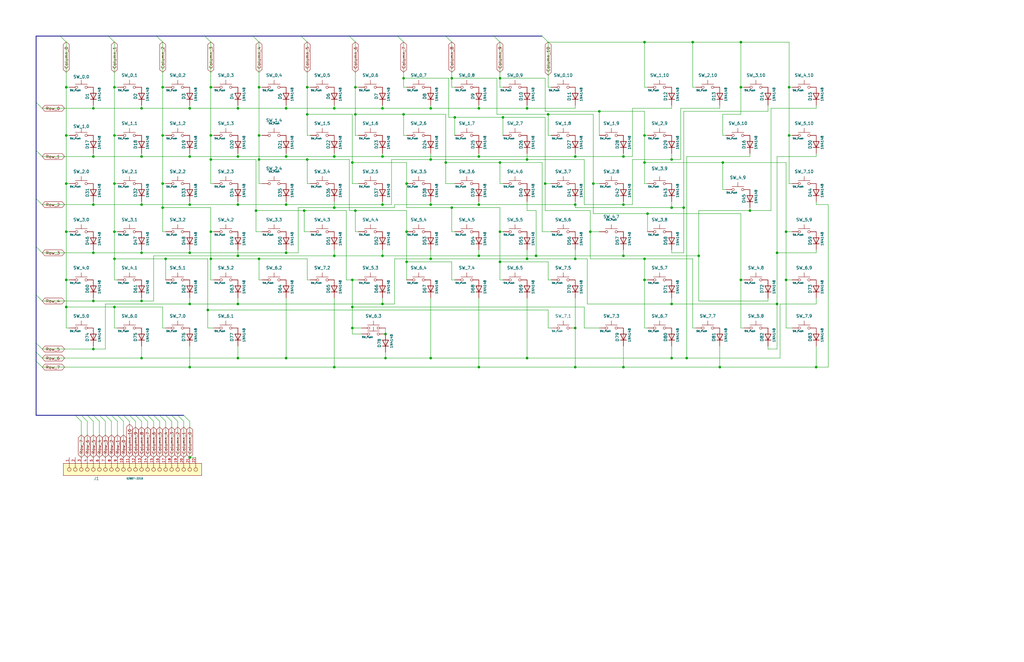
<source format=kicad_sch>
(kicad_sch (version 20211123) (generator eeschema)
  (paper "USLedger")
  (bus_alias "Matrix_Connection" (members "Matrix_Row_0" "Matrix_Row_1" "Matrix_Row_2" "Matrix_Row_3" "Matrix_Row_4" "Matrix_Row_5" "Matrix_Row_6" "Matrix_Row_7" "Matrix_Column_0" "Matrix_Column_1" "Matrix_Column_2" "Matrix_Column_3" "Matrix_Column_4" "Matrix_Column_5" "Matrix_Column_6" "Matrix_Column_7" "Matrix_Column_8" "Matrix_Column_9" "Matrix_Column_10"))
  (junction (at 48.26 77.47))
  (junction (at 27.94 57.15))
  (junction (at 242.57 66.04))
  (junction (at 312.42 118.11))
  (junction (at 161.29 86.36))
  (junction (at 242.57 154.94))
  (junction (at 80.01 86.36))
  (junction (at 88.9 109.22))
  (junction (at 39.37 127))
  (junction (at 222.25 151.13))
  (junction (at 201.93 86.36))
  (junction (at 149.86 48.26))
  (junction (at 129.54 67.31))
  (junction (at 161.29 66.04))
  (junction (at 120.65 151.13))
  (junction (at 250.19 77.47))
  (junction (at 39.37 66.04))
  (junction (at 170.18 48.26))
  (junction (at 68.58 36.83))
  (junction (at 80.01 154.94))
  (junction (at 100.33 128.27))
  (junction (at 27.94 36.83))
  (junction (at 171.45 97.79))
  (junction (at 39.37 106.68))
  (junction (at 140.97 154.94))
  (junction (at 120.65 106.68))
  (junction (at 271.78 109.22))
  (junction (at 88.9 57.15))
  (junction (at 273.05 90.17))
  (junction (at 129.54 48.26))
  (junction (at 161.29 128.27))
  (junction (at 59.69 106.68))
  (junction (at 27.94 118.11))
  (junction (at 149.86 88.9))
  (junction (at 190.5 33.02))
  (junction (at 262.89 154.94))
  (junction (at 59.69 45.72))
  (junction (at 140.97 87.63))
  (junction (at 222.25 109.22))
  (junction (at 316.23 88.9))
  (junction (at 161.29 107.95))
  (junction (at 288.29 87.63))
  (junction (at 229.87 77.47))
  (junction (at 48.26 129.54))
  (junction (at 262.89 107.95))
  (junction (at 331.47 118.11))
  (junction (at 80.01 193.04))
  (junction (at 201.93 154.94))
  (junction (at 312.42 36.83))
  (junction (at 248.92 97.79))
  (junction (at 190.5 87.63))
  (junction (at 344.17 154.94))
  (junction (at 294.64 107.95))
  (junction (at 292.1 17.78))
  (junction (at 271.78 118.11))
  (junction (at 226.06 107.95))
  (junction (at 283.21 67.31))
  (junction (at 210.82 33.02))
  (junction (at 149.86 36.83))
  (junction (at 187.96 68.58))
  (junction (at 120.65 66.04))
  (junction (at 87.63 130.81))
  (junction (at 171.45 77.47))
  (junction (at 80.01 66.04))
  (junction (at 181.61 67.31))
  (junction (at 107.95 88.9))
  (junction (at 27.94 77.47))
  (junction (at 210.82 68.58))
  (junction (at 212.09 49.53))
  (junction (at 27.94 97.79))
  (junction (at 289.56 151.13))
  (junction (at 332.74 36.83))
  (junction (at 69.85 109.22))
  (junction (at 68.58 77.47))
  (junction (at 59.69 127))
  (junction (at 148.59 118.11))
  (junction (at 80.01 128.27))
  (junction (at 252.73 46.99))
  (junction (at 68.58 57.15))
  (junction (at 181.61 45.72))
  (junction (at 210.82 97.79))
  (junction (at 88.9 97.79))
  (junction (at 271.78 68.58))
  (junction (at 48.26 57.15))
  (junction (at 48.26 36.83))
  (junction (at 304.8 68.58))
  (junction (at 140.97 45.72))
  (junction (at 129.54 36.83))
  (junction (at 88.9 67.31))
  (junction (at 201.93 66.04))
  (junction (at 262.89 86.36))
  (junction (at 242.57 138.43))
  (junction (at 283.21 128.27))
  (junction (at 80.01 106.68))
  (junction (at 331.47 97.79))
  (junction (at 271.78 57.15))
  (junction (at 332.74 57.15))
  (junction (at 327.66 128.27))
  (junction (at 59.69 66.04))
  (junction (at 80.01 45.72))
  (junction (at 171.45 110.49))
  (junction (at 201.93 107.95))
  (junction (at 162.56 151.13))
  (junction (at 88.9 36.83))
  (junction (at 48.26 109.22))
  (junction (at 100.33 45.72))
  (junction (at 59.69 151.13))
  (junction (at 242.57 86.36))
  (junction (at 181.61 151.13))
  (junction (at 100.33 66.04))
  (junction (at 68.58 87.63))
  (junction (at 222.25 67.31))
  (junction (at 303.53 154.94))
  (junction (at 100.33 107.95))
  (junction (at 161.29 45.72))
  (junction (at 39.37 45.72))
  (junction (at 48.26 97.79))
  (junction (at 222.25 45.72))
  (junction (at 242.57 109.22))
  (junction (at 181.61 86.36))
  (junction (at 191.77 49.53))
  (junction (at 128.27 88.9))
  (junction (at 262.89 66.04))
  (junction (at 140.97 107.95))
  (junction (at 120.65 45.72))
  (junction (at 109.22 67.31))
  (junction (at 27.94 129.54))
  (junction (at 210.82 110.49))
  (junction (at 271.78 17.78))
  (junction (at 109.22 109.22))
  (junction (at 120.65 86.36))
  (junction (at 148.59 129.54))
  (junction (at 170.18 33.02))
  (junction (at 181.61 109.22))
  (junction (at 283.21 87.63))
  (junction (at 109.22 36.83))
  (junction (at 283.21 151.13))
  (junction (at 162.56 140.97))
  (junction (at 109.22 57.15))
  (junction (at 327.66 106.68))
  (junction (at 148.59 68.58))
  (junction (at 39.37 147.32))
  (junction (at 140.97 66.04))
  (junction (at 59.69 86.36))
  (junction (at 201.93 45.72))
  (junction (at 231.14 48.26))
  (junction (at 100.33 86.36))
  (junction (at 148.59 138.43))
  (junction (at 39.37 86.36))
  (junction (at 312.42 17.78))
  (junction (at 100.33 151.13))
  (bus_entry (at 127 15.24) (size 2.54 2.54))
  (bus_entry (at 86.36 15.24) (size 2.54 2.54))
  (bus_entry (at 106.68 15.24) (size 2.54 2.54))
  (bus_entry (at 15.24 152.4) (size 2.54 2.54))
  (bus_entry (at 228.6 15.24) (size 2.54 2.54))
  (bus_entry (at 208.28 15.24) (size 2.54 2.54))
  (bus_entry (at 77.47 175.26) (size 2.54 2.54))
  (bus_entry (at 74.93 175.26) (size 2.54 2.54))
  (bus_entry (at 72.39 175.26) (size 2.54 2.54))
  (bus_entry (at 167.64 15.24) (size 2.54 2.54))
  (bus_entry (at 187.96 15.24) (size 2.54 2.54))
  (bus_entry (at 45.72 15.24) (size 2.54 2.54))
  (bus_entry (at 25.4 15.24) (size 2.54 2.54))
  (bus_entry (at 147.32 15.24) (size 2.54 2.54))
  (bus_entry (at 66.04 15.24) (size 2.54 2.54))
  (bus_entry (at 15.24 43.18) (size 2.54 2.54))
  (bus_entry (at 15.24 63.5) (size 2.54 2.54))
  (bus_entry (at 15.24 83.82) (size 2.54 2.54))
  (bus_entry (at 15.24 148.59) (size 2.54 2.54))
  (bus_entry (at 15.24 104.14) (size 2.54 2.54))
  (bus_entry (at 15.24 144.78) (size 2.54 2.54))
  (bus_entry (at 15.24 124.46) (size 2.54 2.54))
  (bus_entry (at 34.29 175.26) (size 2.54 2.54))
  (bus_entry (at 36.83 175.26) (size 2.54 2.54))
  (bus_entry (at 31.75 175.26) (size 2.54 2.54))
  (bus_entry (at 69.85 175.26) (size 2.54 2.54))
  (bus_entry (at 57.15 175.26) (size 2.54 2.54))
  (bus_entry (at 67.31 175.26) (size 2.54 2.54))
  (bus_entry (at 62.23 175.26) (size 2.54 2.54))
  (bus_entry (at 64.77 175.26) (size 2.54 2.54))
  (bus_entry (at 54.61 175.26) (size 2.54 2.54))
  (bus_entry (at 59.69 175.26) (size 2.54 2.54))
  (bus_entry (at 44.45 175.26) (size 2.54 2.54))
  (bus_entry (at 41.91 175.26) (size 2.54 2.54))
  (bus_entry (at 49.53 175.26) (size 2.54 2.54))
  (bus_entry (at 46.99 175.26) (size 2.54 2.54))
  (bus_entry (at 39.37 175.26) (size 2.54 2.54))
  (bus_entry (at 52.07 175.26) (size 2.54 2.54))
  (wire (pts (xy 242.57 138.43) (xy 242.57 154.94)))
  (wire (pts (xy 39.37 177.8) (xy 39.37 193.04)))
  (wire (pts (xy 166.37 86.36) (xy 181.61 86.36)))
  (wire (pts (xy 316.23 66.04) (xy 289.56 66.04)))
  (wire (pts (xy 48.26 77.47) (xy 49.53 77.47)))
  (bus (pts (xy 57.15 175.26) (xy 54.61 175.26)))
  (wire (pts (xy 226.06 107.95) (xy 262.89 107.95)))
  (wire (pts (xy 170.18 57.15) (xy 171.45 57.15)))
  (wire (pts (xy 149.86 48.26) (xy 170.18 48.26)))
  (wire (pts (xy 190.5 87.63) (xy 210.82 87.63)))
  (wire (pts (xy 190.5 33.02) (xy 190.5 36.83)))
  (wire (pts (xy 181.61 151.13) (xy 222.25 151.13)))
  (bus (pts (xy 15.24 152.4) (xy 15.24 175.26)))
  (wire (pts (xy 80.01 86.36) (xy 80.01 85.09)))
  (wire (pts (xy 128.27 88.9) (xy 146.05 88.9)))
  (wire (pts (xy 161.29 125.73) (xy 161.29 128.27)))
  (wire (pts (xy 266.7 45.72) (xy 266.7 66.04)))
  (wire (pts (xy 148.59 68.58) (xy 171.45 68.58)))
  (wire (pts (xy 283.21 106.68) (xy 288.29 106.68)))
  (wire (pts (xy 149.86 36.83) (xy 151.13 36.83)))
  (wire (pts (xy 242.57 86.36) (xy 242.57 85.09)))
  (wire (pts (xy 181.61 86.36) (xy 181.61 85.09)))
  (wire (pts (xy 107.95 88.9) (xy 128.27 88.9)))
  (bus (pts (xy 15.24 148.59) (xy 15.24 152.4)))
  (wire (pts (xy 120.65 45.72) (xy 140.97 45.72)))
  (wire (pts (xy 292.1 17.78) (xy 292.1 36.83)))
  (wire (pts (xy 231.14 57.15) (xy 232.41 57.15)))
  (wire (pts (xy 100.33 86.36) (xy 100.33 85.09)))
  (wire (pts (xy 201.93 64.77) (xy 201.93 66.04)))
  (wire (pts (xy 148.59 68.58) (xy 148.59 77.47)))
  (wire (pts (xy 149.86 88.9) (xy 171.45 88.9)))
  (wire (pts (xy 161.29 66.04) (xy 201.93 66.04)))
  (wire (pts (xy 100.33 105.41) (xy 100.33 107.95)))
  (wire (pts (xy 229.87 49.53) (xy 229.87 77.47)))
  (bus (pts (xy 15.24 63.5) (xy 15.24 83.82)))
  (wire (pts (xy 39.37 106.68) (xy 39.37 105.41)))
  (wire (pts (xy 331.47 97.79) (xy 331.47 118.11)))
  (wire (pts (xy 68.58 87.63) (xy 88.9 87.63)))
  (wire (pts (xy 88.9 97.79) (xy 88.9 109.22)))
  (wire (pts (xy 283.21 128.27) (xy 327.66 128.27)))
  (wire (pts (xy 39.37 66.04) (xy 59.69 66.04)))
  (wire (pts (xy 107.95 88.9) (xy 107.95 97.79)))
  (wire (pts (xy 129.54 118.11) (xy 130.81 118.11)))
  (wire (pts (xy 100.33 107.95) (xy 140.97 107.95)))
  (wire (pts (xy 46.99 177.8) (xy 46.99 193.04)))
  (wire (pts (xy 271.78 57.15) (xy 273.05 57.15)))
  (wire (pts (xy 190.5 36.83) (xy 191.77 36.83)))
  (wire (pts (xy 262.89 105.41) (xy 262.89 107.95)))
  (wire (pts (xy 201.93 125.73) (xy 201.93 154.94)))
  (wire (pts (xy 231.14 36.83) (xy 232.41 36.83)))
  (wire (pts (xy 271.78 109.22) (xy 292.1 109.22)))
  (wire (pts (xy 140.97 66.04) (xy 161.29 66.04)))
  (wire (pts (xy 170.18 33.02) (xy 189.23 33.02)))
  (wire (pts (xy 231.14 138.43) (xy 232.41 138.43)))
  (wire (pts (xy 201.93 105.41) (xy 201.93 107.95)))
  (wire (pts (xy 161.29 64.77) (xy 161.29 66.04)))
  (wire (pts (xy 36.83 177.8) (xy 36.83 193.04)))
  (wire (pts (xy 48.26 118.11) (xy 49.53 118.11)))
  (wire (pts (xy 80.01 146.05) (xy 80.01 154.94)))
  (wire (pts (xy 80.01 66.04) (xy 100.33 66.04)))
  (wire (pts (xy 210.82 33.02) (xy 229.87 33.02)))
  (wire (pts (xy 148.59 129.54) (xy 148.59 138.43)))
  (wire (pts (xy 100.33 66.04) (xy 100.33 64.77)))
  (wire (pts (xy 140.97 107.95) (xy 161.29 107.95)))
  (wire (pts (xy 80.01 44.45) (xy 80.01 45.72)))
  (wire (pts (xy 87.63 109.22) (xy 87.63 130.81)))
  (wire (pts (xy 266.7 66.04) (xy 262.89 66.04)))
  (wire (pts (xy 27.94 77.47) (xy 27.94 57.15)))
  (wire (pts (xy 283.21 67.31) (xy 287.02 67.31)))
  (wire (pts (xy 59.69 66.04) (xy 59.69 64.77)))
  (wire (pts (xy 109.22 118.11) (xy 110.49 118.11)))
  (wire (pts (xy 59.69 146.05) (xy 59.69 151.13)))
  (wire (pts (xy 222.25 45.72) (xy 242.57 45.72)))
  (wire (pts (xy 149.86 88.9) (xy 149.86 97.79)))
  (wire (pts (xy 129.54 36.83) (xy 130.81 36.83)))
  (wire (pts (xy 48.26 129.54) (xy 48.26 138.43)))
  (wire (pts (xy 27.94 118.11) (xy 27.94 129.54)))
  (bus (pts (xy 208.28 15.24) (xy 228.6 15.24)))
  (bus (pts (xy 36.83 175.26) (xy 34.29 175.26)))
  (wire (pts (xy 120.65 125.73) (xy 120.65 151.13)))
  (wire (pts (xy 316.23 88.9) (xy 316.23 87.63)))
  (wire (pts (xy 129.54 57.15) (xy 130.81 57.15)))
  (wire (pts (xy 283.21 125.73) (xy 283.21 128.27)))
  (wire (pts (xy 77.47 177.8) (xy 77.47 193.04)))
  (wire (pts (xy 332.74 36.83) (xy 334.01 36.83)))
  (wire (pts (xy 283.21 106.68) (xy 283.21 105.41)))
  (wire (pts (xy 161.29 107.95) (xy 201.93 107.95)))
  (wire (pts (xy 242.57 125.73) (xy 242.57 138.43)))
  (wire (pts (xy 283.21 64.77) (xy 283.21 67.31)))
  (wire (pts (xy 181.61 86.36) (xy 201.93 86.36)))
  (wire (pts (xy 59.69 86.36) (xy 59.69 85.09)))
  (wire (pts (xy 292.1 138.43) (xy 293.37 138.43)))
  (wire (pts (xy 171.45 97.79) (xy 171.45 110.49)))
  (wire (pts (xy 181.61 151.13) (xy 162.56 151.13)))
  (bus (pts (xy 147.32 15.24) (xy 167.64 15.24)))
  (wire (pts (xy 304.8 80.01) (xy 306.07 80.01)))
  (wire (pts (xy 68.58 57.15) (xy 69.85 57.15)))
  (wire (pts (xy 161.29 85.09) (xy 161.29 86.36)))
  (wire (pts (xy 125.73 87.63) (xy 140.97 87.63)))
  (wire (pts (xy 344.17 146.05) (xy 344.17 154.94)))
  (wire (pts (xy 209.55 33.02) (xy 209.55 48.26)))
  (wire (pts (xy 88.9 67.31) (xy 107.95 67.31)))
  (wire (pts (xy 109.22 36.83) (xy 109.22 57.15)))
  (wire (pts (xy 120.65 86.36) (xy 120.65 85.09)))
  (wire (pts (xy 328.93 151.13) (xy 328.93 128.27)))
  (wire (pts (xy 44.45 177.8) (xy 44.45 193.04)))
  (wire (pts (xy 190.5 33.02) (xy 209.55 33.02)))
  (bus (pts (xy 127 15.24) (xy 147.32 15.24)))
  (wire (pts (xy 222.25 67.31) (xy 246.38 67.31)))
  (wire (pts (xy 49.53 177.8) (xy 49.53 193.04)))
  (wire (pts (xy 170.18 48.26) (xy 170.18 57.15)))
  (wire (pts (xy 88.9 109.22) (xy 88.9 118.11)))
  (wire (pts (xy 68.58 36.83) (xy 68.58 57.15)))
  (wire (pts (xy 271.78 118.11) (xy 271.78 138.43)))
  (wire (pts (xy 226.06 88.9) (xy 226.06 107.95)))
  (bus (pts (xy 59.69 175.26) (xy 57.15 175.26)))
  (wire (pts (xy 210.82 97.79) (xy 210.82 110.49)))
  (wire (pts (xy 100.33 66.04) (xy 120.65 66.04)))
  (wire (pts (xy 39.37 44.45) (xy 39.37 45.72)))
  (wire (pts (xy 210.82 118.11) (xy 212.09 118.11)))
  (wire (pts (xy 292.1 36.83) (xy 293.37 36.83)))
  (wire (pts (xy 87.63 130.81) (xy 87.63 138.43)))
  (wire (pts (xy 222.25 125.73) (xy 222.25 151.13)))
  (wire (pts (xy 147.32 67.31) (xy 147.32 88.9)))
  (wire (pts (xy 48.26 57.15) (xy 48.26 77.47)))
  (wire (pts (xy 69.85 109.22) (xy 87.63 109.22)))
  (wire (pts (xy 52.07 177.8) (xy 52.07 193.04)))
  (wire (pts (xy 171.45 77.47) (xy 171.45 87.63)))
  (bus (pts (xy 54.61 175.26) (xy 52.07 175.26)))
  (wire (pts (xy 231.14 48.26) (xy 231.14 57.15)))
  (wire (pts (xy 109.22 17.78) (xy 109.22 36.83)))
  (wire (pts (xy 140.97 125.73) (xy 140.97 154.94)))
  (bus (pts (xy 52.07 175.26) (xy 49.53 175.26)))
  (wire (pts (xy 140.97 154.94) (xy 201.93 154.94)))
  (wire (pts (xy 27.94 57.15) (xy 27.94 36.83)))
  (wire (pts (xy 27.94 118.11) (xy 29.21 118.11)))
  (wire (pts (xy 88.9 87.63) (xy 88.9 97.79)))
  (wire (pts (xy 161.29 105.41) (xy 161.29 107.95)))
  (wire (pts (xy 191.77 77.47) (xy 187.96 77.47)))
  (wire (pts (xy 201.93 86.36) (xy 201.93 85.09)))
  (wire (pts (xy 161.29 128.27) (xy 166.37 128.27)))
  (wire (pts (xy 48.26 36.83) (xy 48.26 57.15)))
  (wire (pts (xy 149.86 97.79) (xy 151.13 97.79)))
  (wire (pts (xy 303.53 154.94) (xy 344.17 154.94)))
  (wire (pts (xy 39.37 45.72) (xy 59.69 45.72)))
  (wire (pts (xy 39.37 86.36) (xy 39.37 85.09)))
  (wire (pts (xy 222.25 44.45) (xy 222.25 45.72)))
  (wire (pts (xy 271.78 57.15) (xy 271.78 68.58)))
  (wire (pts (xy 292.1 138.43) (xy 292.1 109.22)))
  (wire (pts (xy 170.18 36.83) (xy 171.45 36.83)))
  (wire (pts (xy 129.54 48.26) (xy 148.59 48.26)))
  (wire (pts (xy 27.94 77.47) (xy 29.21 77.47)))
  (wire (pts (xy 125.73 106.68) (xy 125.73 87.63)))
  (wire (pts (xy 332.74 36.83) (xy 332.74 57.15)))
  (bus (pts (xy 106.68 15.24) (xy 127 15.24)))
  (wire (pts (xy 271.78 17.78) (xy 271.78 36.83)))
  (wire (pts (xy 266.7 67.31) (xy 283.21 67.31)))
  (wire (pts (xy 294.64 107.95) (xy 294.64 88.9)))
  (wire (pts (xy 27.94 36.83) (xy 29.21 36.83)))
  (wire (pts (xy 88.9 57.15) (xy 88.9 67.31)))
  (wire (pts (xy 48.26 36.83) (xy 49.53 36.83)))
  (wire (pts (xy 231.14 118.11) (xy 231.14 110.49)))
  (wire (pts (xy 39.37 86.36) (xy 59.69 86.36)))
  (wire (pts (xy 201.93 154.94) (xy 242.57 154.94)))
  (wire (pts (xy 74.93 177.8) (xy 74.93 193.04)))
  (wire (pts (xy 107.95 97.79) (xy 110.49 97.79)))
  (wire (pts (xy 344.17 106.68) (xy 327.66 106.68)))
  (wire (pts (xy 327.66 66.04) (xy 344.17 66.04)))
  (wire (pts (xy 17.78 151.13) (xy 59.69 151.13)))
  (wire (pts (xy 69.85 177.8) (xy 69.85 193.04)))
  (wire (pts (xy 88.9 36.83) (xy 90.17 36.83)))
  (wire (pts (xy 229.87 46.99) (xy 252.73 46.99)))
  (wire (pts (xy 64.77 127) (xy 64.77 107.95)))
  (wire (pts (xy 59.69 151.13) (xy 100.33 151.13)))
  (wire (pts (xy 323.85 147.32) (xy 323.85 146.05)))
  (wire (pts (xy 120.65 64.77) (xy 120.65 66.04)))
  (wire (pts (xy 80.01 86.36) (xy 100.33 86.36)))
  (wire (pts (xy 262.89 86.36) (xy 262.89 85.09)))
  (wire (pts (xy 210.82 77.47) (xy 212.09 77.47)))
  (wire (pts (xy 181.61 64.77) (xy 181.61 67.31)))
  (wire (pts (xy 166.37 109.22) (xy 166.37 128.27)))
  (wire (pts (xy 59.69 44.45) (xy 59.69 45.72)))
  (wire (pts (xy 248.92 109.22) (xy 271.78 109.22)))
  (wire (pts (xy 250.19 90.17) (xy 250.19 77.47)))
  (wire (pts (xy 222.25 109.22) (xy 242.57 109.22)))
  (wire (pts (xy 149.86 88.9) (xy 147.32 88.9)))
  (wire (pts (xy 140.97 64.77) (xy 140.97 66.04)))
  (wire (pts (xy 246.38 129.54) (xy 246.38 138.43)))
  (wire (pts (xy 210.82 33.02) (xy 210.82 36.83)))
  (wire (pts (xy 271.78 109.22) (xy 271.78 118.11)))
  (wire (pts (xy 190.5 87.63) (xy 190.5 97.79)))
  (wire (pts (xy 59.69 127) (xy 64.77 127)))
  (wire (pts (xy 149.86 17.78) (xy 149.86 36.83)))
  (wire (pts (xy 64.77 177.8) (xy 64.77 193.04)))
  (bus (pts (xy 15.24 15.24) (xy 15.24 43.18)))
  (wire (pts (xy 39.37 66.04) (xy 39.37 64.77)))
  (wire (pts (xy 148.59 138.43) (xy 152.4 138.43)))
  (wire (pts (xy 62.23 177.8) (xy 62.23 193.04)))
  (wire (pts (xy 283.21 87.63) (xy 288.29 87.63)))
  (wire (pts (xy 210.82 97.79) (xy 212.09 97.79)))
  (wire (pts (xy 271.78 46.99) (xy 271.78 57.15)))
  (wire (pts (xy 222.25 151.13) (xy 283.21 151.13)))
  (wire (pts (xy 210.82 36.83) (xy 212.09 36.83)))
  (wire (pts (xy 271.78 68.58) (xy 304.8 68.58)))
  (wire (pts (xy 229.87 33.02) (xy 229.87 46.99)))
  (wire (pts (xy 59.69 45.72) (xy 80.01 45.72)))
  (wire (pts (xy 294.64 127) (xy 323.85 127)))
  (wire (pts (xy 349.25 86.36) (xy 349.25 154.94)))
  (wire (pts (xy 68.58 57.15) (xy 68.58 77.47)))
  (wire (pts (xy 48.26 97.79) (xy 48.26 109.22)))
  (wire (pts (xy 242.57 87.63) (xy 242.57 86.36)))
  (wire (pts (xy 312.42 36.83) (xy 313.69 36.83)))
  (wire (pts (xy 201.93 107.95) (xy 226.06 107.95)))
  (wire (pts (xy 68.58 36.83) (xy 69.85 36.83)))
  (wire (pts (xy 166.37 87.63) (xy 166.37 86.36)))
  (wire (pts (xy 242.57 105.41) (xy 242.57 109.22)))
  (wire (pts (xy 312.42 118.11) (xy 313.69 118.11)))
  (wire (pts (xy 68.58 138.43) (xy 69.85 138.43)))
  (wire (pts (xy 228.6 68.58) (xy 228.6 97.79)))
  (wire (pts (xy 323.85 127) (xy 323.85 125.73)))
  (wire (pts (xy 181.61 67.31) (xy 165.1 67.31)))
  (wire (pts (xy 39.37 106.68) (xy 59.69 106.68)))
  (wire (pts (xy 189.23 49.53) (xy 191.77 49.53)))
  (wire (pts (xy 171.45 110.49) (xy 171.45 118.11)))
  (wire (pts (xy 248.92 97.79) (xy 252.73 97.79)))
  (wire (pts (xy 170.18 48.26) (xy 187.96 48.26)))
  (wire (pts (xy 109.22 57.15) (xy 110.49 57.15)))
  (wire (pts (xy 187.96 68.58) (xy 187.96 77.47)))
  (wire (pts (xy 148.59 77.47) (xy 151.13 77.47)))
  (wire (pts (xy 191.77 49.53) (xy 191.77 57.15)))
  (wire (pts (xy 242.57 154.94) (xy 262.89 154.94)))
  (wire (pts (xy 187.96 48.26) (xy 187.96 68.58)))
  (wire (pts (xy 72.39 177.8) (xy 72.39 193.04)))
  (wire (pts (xy 88.9 118.11) (xy 90.17 118.11)))
  (wire (pts (xy 288.29 87.63) (xy 288.29 46.99)))
  (wire (pts (xy 146.05 118.11) (xy 148.59 118.11)))
  (wire (pts (xy 17.78 127) (xy 39.37 127)))
  (wire (pts (xy 64.77 107.95) (xy 100.33 107.95)))
  (wire (pts (xy 80.01 106.68) (xy 80.01 105.41)))
  (wire (pts (xy 325.12 45.72) (xy 344.17 45.72)))
  (bus (pts (xy 44.45 175.26) (xy 41.91 175.26)))
  (wire (pts (xy 67.31 177.8) (xy 67.31 193.04)))
  (wire (pts (xy 68.58 97.79) (xy 69.85 97.79)))
  (wire (pts (xy 146.05 88.9) (xy 146.05 118.11)))
  (wire (pts (xy 68.58 77.47) (xy 68.58 87.63)))
  (wire (pts (xy 140.97 105.41) (xy 140.97 107.95)))
  (wire (pts (xy 201.93 66.04) (xy 242.57 66.04)))
  (wire (pts (xy 88.9 77.47) (xy 90.17 77.47)))
  (wire (pts (xy 289.56 151.13) (xy 328.93 151.13)))
  (wire (pts (xy 100.33 44.45) (xy 100.33 45.72)))
  (wire (pts (xy 44.45 128.27) (xy 80.01 128.27)))
  (wire (pts (xy 148.59 129.54) (xy 246.38 129.54)))
  (wire (pts (xy 129.54 77.47) (xy 130.81 77.47)))
  (wire (pts (xy 140.97 87.63) (xy 140.97 85.09)))
  (wire (pts (xy 327.66 128.27) (xy 327.66 147.32)))
  (wire (pts (xy 247.65 109.22) (xy 242.57 109.22)))
  (wire (pts (xy 148.59 118.11) (xy 151.13 118.11)))
  (wire (pts (xy 100.33 151.13) (xy 120.65 151.13)))
  (wire (pts (xy 80.01 106.68) (xy 120.65 106.68)))
  (wire (pts (xy 27.94 97.79) (xy 29.21 97.79)))
  (wire (pts (xy 109.22 67.31) (xy 109.22 77.47)))
  (bus (pts (xy 67.31 175.26) (xy 64.77 175.26)))
  (wire (pts (xy 287.02 45.72) (xy 287.02 67.31)))
  (wire (pts (xy 190.5 17.78) (xy 190.5 33.02)))
  (wire (pts (xy 210.82 68.58) (xy 210.82 77.47)))
  (wire (pts (xy 210.82 68.58) (xy 228.6 68.58)))
  (wire (pts (xy 252.73 46.99) (xy 252.73 57.15)))
  (bus (pts (xy 15.24 15.24) (xy 25.4 15.24)))
  (wire (pts (xy 171.45 87.63) (xy 190.5 87.63)))
  (wire (pts (xy 128.27 88.9) (xy 128.27 97.79)))
  (bus (pts (xy 69.85 175.26) (xy 67.31 175.26)))
  (bus (pts (xy 41.91 175.26) (xy 39.37 175.26)))
  (wire (pts (xy 294.64 88.9) (xy 316.23 88.9)))
  (wire (pts (xy 303.53 146.05) (xy 303.53 154.94)))
  (wire (pts (xy 242.57 87.63) (xy 283.21 87.63)))
  (wire (pts (xy 27.94 97.79) (xy 27.94 77.47)))
  (bus (pts (xy 15.24 83.82) (xy 15.24 104.14)))
  (wire (pts (xy 231.14 48.26) (xy 250.19 48.26)))
  (wire (pts (xy 231.14 17.78) (xy 231.14 36.83)))
  (wire (pts (xy 100.33 86.36) (xy 120.65 86.36)))
  (wire (pts (xy 331.47 68.58) (xy 331.47 97.79)))
  (wire (pts (xy 231.14 130.81) (xy 231.14 138.43)))
  (wire (pts (xy 271.78 138.43) (xy 273.05 138.43)))
  (wire (pts (xy 271.78 77.47) (xy 273.05 77.47)))
  (wire (pts (xy 344.17 86.36) (xy 344.17 85.09)))
  (wire (pts (xy 246.38 67.31) (xy 246.38 86.36)))
  (bus (pts (xy 72.39 175.26) (xy 69.85 175.26)))
  (wire (pts (xy 332.74 17.78) (xy 332.74 36.83)))
  (wire (pts (xy 316.23 64.77) (xy 316.23 66.04)))
  (wire (pts (xy 48.26 77.47) (xy 48.26 97.79)))
  (wire (pts (xy 87.63 130.81) (xy 231.14 130.81)))
  (wire (pts (xy 27.94 57.15) (xy 29.21 57.15)))
  (wire (pts (xy 107.95 67.31) (xy 107.95 88.9)))
  (wire (pts (xy 27.94 129.54) (xy 48.26 129.54)))
  (wire (pts (xy 181.61 44.45) (xy 181.61 45.72)))
  (wire (pts (xy 262.89 107.95) (xy 294.64 107.95)))
  (wire (pts (xy 129.54 48.26) (xy 129.54 57.15)))
  (wire (pts (xy 229.87 77.47) (xy 229.87 88.9)))
  (wire (pts (xy 59.69 106.68) (xy 80.01 106.68)))
  (wire (pts (xy 140.97 87.63) (xy 166.37 87.63)))
  (wire (pts (xy 327.66 147.32) (xy 323.85 147.32)))
  (bus (pts (xy 167.64 15.24) (xy 187.96 15.24)))
  (wire (pts (xy 148.59 118.11) (xy 148.59 129.54)))
  (wire (pts (xy 129.54 67.31) (xy 129.54 77.47)))
  (wire (pts (xy 17.78 106.68) (xy 39.37 106.68)))
  (wire (pts (xy 248.92 97.79) (xy 248.92 109.22)))
  (wire (pts (xy 100.33 45.72) (xy 120.65 45.72)))
  (wire (pts (xy 88.9 57.15) (xy 90.17 57.15)))
  (wire (pts (xy 283.21 45.72) (xy 266.7 45.72)))
  (wire (pts (xy 262.89 66.04) (xy 242.57 66.04)))
  (wire (pts (xy 181.61 105.41) (xy 181.61 109.22)))
  (wire (pts (xy 80.01 125.73) (xy 80.01 128.27)))
  (wire (pts (xy 328.93 128.27) (xy 344.17 128.27)))
  (wire (pts (xy 344.17 64.77) (xy 344.17 66.04)))
  (wire (pts (xy 212.09 49.53) (xy 212.09 57.15)))
  (wire (pts (xy 41.91 177.8) (xy 41.91 193.04)))
  (wire (pts (xy 109.22 57.15) (xy 109.22 67.31)))
  (wire (pts (xy 161.29 86.36) (xy 120.65 86.36)))
  (wire (pts (xy 210.82 17.78) (xy 210.82 33.02)))
  (wire (pts (xy 262.89 154.94) (xy 303.53 154.94)))
  (wire (pts (xy 344.17 86.36) (xy 349.25 86.36)))
  (wire (pts (xy 17.78 147.32) (xy 39.37 147.32)))
  (bus (pts (xy 45.72 15.24) (xy 66.04 15.24)))
  (wire (pts (xy 250.19 48.26) (xy 250.19 77.47)))
  (wire (pts (xy 331.47 97.79) (xy 334.01 97.79)))
  (bus (pts (xy 25.4 15.24) (xy 45.72 15.24)))
  (wire (pts (xy 120.65 66.04) (xy 140.97 66.04)))
  (wire (pts (xy 312.42 48.26) (xy 312.42 36.83)))
  (bus (pts (xy 15.24 43.18) (xy 15.24 63.5)))
  (wire (pts (xy 248.92 88.9) (xy 248.92 97.79)))
  (wire (pts (xy 294.64 107.95) (xy 294.64 127)))
  (wire (pts (xy 80.01 177.8) (xy 80.01 193.04)))
  (wire (pts (xy 120.65 106.68) (xy 120.65 105.41)))
  (wire (pts (xy 120.65 106.68) (xy 125.73 106.68)))
  (wire (pts (xy 312.42 17.78) (xy 332.74 17.78)))
  (wire (pts (xy 271.78 17.78) (xy 292.1 17.78)))
  (bus (pts (xy 15.24 104.14) (xy 15.24 124.46)))
  (wire (pts (xy 48.26 109.22) (xy 48.26 118.11)))
  (wire (pts (xy 304.8 48.26) (xy 304.8 57.15)))
  (wire (pts (xy 128.27 97.79) (xy 130.81 97.79)))
  (wire (pts (xy 88.9 67.31) (xy 88.9 77.47)))
  (bus (pts (xy 39.37 175.26) (xy 36.83 175.26)))
  (wire (pts (xy 222.25 105.41) (xy 222.25 109.22)))
  (wire (pts (xy 229.87 77.47) (xy 232.41 77.47)))
  (wire (pts (xy 90.17 138.43) (xy 87.63 138.43)))
  (wire (pts (xy 149.86 36.83) (xy 149.86 48.26)))
  (wire (pts (xy 165.1 67.31) (xy 165.1 86.36)))
  (wire (pts (xy 48.26 97.79) (xy 49.53 97.79)))
  (wire (pts (xy 27.94 138.43) (xy 29.21 138.43)))
  (wire (pts (xy 201.93 86.36) (xy 242.57 86.36)))
  (wire (pts (xy 289.56 66.04) (xy 289.56 151.13)))
  (wire (pts (xy 109.22 109.22) (xy 129.54 109.22)))
  (wire (pts (xy 262.89 86.36) (xy 266.7 86.36)))
  (wire (pts (xy 44.45 147.32) (xy 44.45 128.27)))
  (wire (pts (xy 190.5 118.11) (xy 191.77 118.11)))
  (bus (pts (xy 15.24 175.26) (xy 31.75 175.26)))
  (wire (pts (xy 247.65 128.27) (xy 247.65 109.22)))
  (wire (pts (xy 129.54 36.83) (xy 129.54 48.26)))
  (wire (pts (xy 59.69 177.8) (xy 59.69 193.04)))
  (wire (pts (xy 170.18 33.02) (xy 170.18 36.83)))
  (bus (pts (xy 66.04 15.24) (xy 86.36 15.24)))
  (wire (pts (xy 80.01 154.94) (xy 140.97 154.94)))
  (wire (pts (xy 312.42 118.11) (xy 312.42 138.43)))
  (bus (pts (xy 15.24 144.78) (xy 15.24 148.59)))
  (wire (pts (xy 68.58 87.63) (xy 68.58 97.79)))
  (wire (pts (xy 252.73 46.99) (xy 271.78 46.99)))
  (wire (pts (xy 80.01 128.27) (xy 100.33 128.27)))
  (wire (pts (xy 201.93 44.45) (xy 201.93 45.72)))
  (bus (pts (xy 49.53 175.26) (xy 46.99 175.26)))
  (wire (pts (xy 148.59 138.43) (xy 148.59 140.97)))
  (wire (pts (xy 316.23 88.9) (xy 325.12 88.9)))
  (wire (pts (xy 100.33 125.73) (xy 100.33 128.27)))
  (wire (pts (xy 273.05 90.17) (xy 273.05 97.79)))
  (wire (pts (xy 129.54 109.22) (xy 129.54 118.11)))
  (wire (pts (xy 68.58 129.54) (xy 68.58 138.43)))
  (wire (pts (xy 120.65 151.13) (xy 162.56 151.13)))
  (wire (pts (xy 17.78 45.72) (xy 39.37 45.72)))
  (wire (pts (xy 68.58 17.78) (xy 68.58 36.83)))
  (wire (pts (xy 162.56 148.59) (xy 162.56 151.13)))
  (wire (pts (xy 323.85 44.45) (xy 323.85 46.99)))
  (wire (pts (xy 210.82 110.49) (xy 210.82 118.11)))
  (wire (pts (xy 161.29 44.45) (xy 161.29 45.72)))
  (wire (pts (xy 88.9 36.83) (xy 88.9 57.15)))
  (wire (pts (xy 88.9 109.22) (xy 109.22 109.22)))
  (wire (pts (xy 80.01 66.04) (xy 80.01 64.77)))
  (wire (pts (xy 304.8 68.58) (xy 331.47 68.58)))
  (wire (pts (xy 148.59 48.26) (xy 148.59 68.58)))
  (wire (pts (xy 48.26 138.43) (xy 49.53 138.43)))
  (bus (pts (xy 15.24 124.46) (xy 15.24 144.78)))
  (wire (pts (xy 181.61 125.73) (xy 181.61 151.13)))
  (wire (pts (xy 140.97 45.72) (xy 161.29 45.72)))
  (wire (pts (xy 212.09 49.53) (xy 229.87 49.53)))
  (wire (pts (xy 39.37 127) (xy 59.69 127)))
  (wire (pts (xy 246.38 86.36) (xy 262.89 86.36)))
  (wire (pts (xy 140.97 44.45) (xy 140.97 45.72)))
  (wire (pts (xy 332.74 57.15) (xy 334.01 57.15)))
  (wire (pts (xy 262.89 64.77) (xy 262.89 66.04)))
  (wire (pts (xy 344.17 45.72) (xy 344.17 44.45)))
  (wire (pts (xy 250.19 77.47) (xy 252.73 77.47)))
  (wire (pts (xy 250.19 90.17) (xy 273.05 90.17)))
  (wire (pts (xy 181.61 67.31) (xy 222.25 67.31)))
  (wire (pts (xy 109.22 109.22) (xy 109.22 118.11)))
  (wire (pts (xy 100.33 128.27) (xy 161.29 128.27)))
  (wire (pts (xy 27.94 17.78) (xy 27.94 36.83)))
  (wire (pts (xy 27.94 118.11) (xy 27.94 97.79)))
  (wire (pts (xy 288.29 87.63) (xy 288.29 106.68)))
  (wire (pts (xy 149.86 48.26) (xy 149.86 57.15)))
  (wire (pts (xy 59.69 86.36) (xy 80.01 86.36)))
  (wire (pts (xy 109.22 67.31) (xy 129.54 67.31)))
  (wire (pts (xy 283.21 45.72) (xy 283.21 44.45)))
  (wire (pts (xy 161.29 86.36) (xy 165.1 86.36)))
  (wire (pts (xy 191.77 49.53) (xy 212.09 49.53)))
  (wire (pts (xy 80.01 45.72) (xy 100.33 45.72)))
  (wire (pts (xy 222.25 85.09) (xy 222.25 88.9)))
  (wire (pts (xy 226.06 88.9) (xy 222.25 88.9)))
  (wire (pts (xy 210.82 87.63) (xy 210.82 97.79)))
  (wire (pts (xy 231.14 17.78) (xy 271.78 17.78)))
  (wire (pts (xy 48.26 129.54) (xy 68.58 129.54)))
  (wire (pts (xy 262.89 146.05) (xy 262.89 154.94)))
  (wire (pts (xy 232.41 97.79) (xy 228.6 97.79)))
  (bus (pts (xy 74.93 175.26) (xy 72.39 175.26)))
  (wire (pts (xy 109.22 36.83) (xy 110.49 36.83)))
  (wire (pts (xy 190.5 97.79) (xy 191.77 97.79)))
  (wire (pts (xy 325.12 45.72) (xy 325.12 88.9)))
  (wire (pts (xy 181.61 109.22) (xy 222.25 109.22)))
  (wire (pts (xy 181.61 109.22) (xy 166.37 109.22)))
  (bus (pts (xy 46.99 175.26) (xy 44.45 175.26)))
  (wire (pts (xy 332.74 77.47) (xy 334.01 77.47)))
  (wire (pts (xy 242.57 64.77) (xy 242.57 66.04)))
  (wire (pts (xy 246.38 138.43) (xy 252.73 138.43)))
  (wire (pts (xy 39.37 146.05) (xy 39.37 147.32)))
  (wire (pts (xy 210.82 110.49) (xy 231.14 110.49)))
  (wire (pts (xy 283.21 146.05) (xy 283.21 151.13)))
  (wire (pts (xy 304.8 57.15) (xy 306.07 57.15)))
  (wire (pts (xy 331.47 118.11) (xy 334.01 118.11)))
  (wire (pts (xy 148.59 140.97) (xy 152.4 140.97)))
  (wire (pts (xy 149.86 57.15) (xy 151.13 57.15)))
  (wire (pts (xy 331.47 138.43) (xy 334.01 138.43)))
  (wire (pts (xy 231.14 118.11) (xy 232.41 118.11)))
  (wire (pts (xy 27.94 138.43) (xy 27.94 129.54)))
  (wire (pts (xy 88.9 17.78) (xy 88.9 36.83)))
  (wire (pts (xy 17.78 154.94) (xy 80.01 154.94)))
  (wire (pts (xy 222.25 64.77) (xy 222.25 67.31)))
  (wire (pts (xy 171.45 97.79) (xy 171.45 88.9)))
  (wire (pts (xy 39.37 127) (xy 39.37 125.73)))
  (wire (pts (xy 266.7 67.31) (xy 266.7 86.36)))
  (bus (pts (xy 64.77 175.26) (xy 62.23 175.26)))
  (wire (pts (xy 273.05 90.17) (xy 312.42 90.17)))
  (wire (pts (xy 332.74 57.15) (xy 332.74 77.47)))
  (wire (pts (xy 287.02 45.72) (xy 303.53 45.72)))
  (wire (pts (xy 109.22 77.47) (xy 110.49 77.47)))
  (wire (pts (xy 283.21 151.13) (xy 289.56 151.13)))
  (wire (pts (xy 288.29 46.99) (xy 323.85 46.99)))
  (wire (pts (xy 181.61 45.72) (xy 201.93 45.72)))
  (wire (pts (xy 48.26 109.22) (xy 69.85 109.22)))
  (wire (pts (xy 190.5 118.11) (xy 190.5 110.49)))
  (bus (pts (xy 187.96 15.24) (xy 208.28 15.24)))
  (wire (pts (xy 68.58 77.47) (xy 69.85 77.47)))
  (wire (pts (xy 271.78 36.83) (xy 273.05 36.83)))
  (wire (pts (xy 283.21 85.09) (xy 283.21 87.63)))
  (wire (pts (xy 327.66 106.68) (xy 327.66 128.27)))
  (wire (pts (xy 312.42 17.78) (xy 312.42 36.83)))
  (wire (pts (xy 271.78 118.11) (xy 273.05 118.11)))
  (wire (pts (xy 304.8 68.58) (xy 304.8 80.01)))
  (wire (pts (xy 162.56 138.43) (xy 162.56 140.97)))
  (bus (pts (xy 34.29 175.26) (xy 31.75 175.26)))
  (wire (pts (xy 312.42 90.17) (xy 312.42 118.11)))
  (wire (pts (xy 48.26 17.78) (xy 48.26 36.83)))
  (wire (pts (xy 248.92 88.9) (xy 229.87 88.9)))
  (wire (pts (xy 120.65 44.45) (xy 120.65 45.72)))
  (wire (pts (xy 331.47 118.11) (xy 331.47 138.43)))
  (wire (pts (xy 59.69 127) (xy 59.69 125.73)))
  (wire (pts (xy 283.21 128.27) (xy 247.65 128.27)))
  (wire (pts (xy 54.61 177.8) (xy 54.61 193.04)))
  (wire (pts (xy 209.55 48.26) (xy 231.14 48.26)))
  (wire (pts (xy 171.45 68.58) (xy 171.45 77.47)))
  (bus (pts (xy 62.23 175.26) (xy 59.69 175.26)))
  (wire (pts (xy 69.85 109.22) (xy 69.85 118.11)))
  (wire (pts (xy 59.69 106.68) (xy 59.69 105.41)))
  (wire (pts (xy 201.93 45.72) (xy 222.25 45.72)))
  (wire (pts (xy 210.82 68.58) (xy 187.96 68.58)))
  (wire (pts (xy 39.37 147.32) (xy 44.45 147.32)))
  (bus (pts (xy 86.36 15.24) (xy 106.68 15.24)))
  (wire (pts (xy 303.53 45.72) (xy 303.53 44.45)))
  (wire (pts (xy 304.8 48.26) (xy 312.42 48.26)))
  (wire (pts (xy 271.78 68.58) (xy 271.78 77.47)))
  (wire (pts (xy 88.9 97.79) (xy 90.17 97.79)))
  (wire (pts (xy 80.01 193.04) (xy 82.55 193.04)))
  (wire (pts (xy 161.29 45.72) (xy 181.61 45.72)))
  (wire (pts (xy 17.78 86.36) (xy 39.37 86.36)))
  (wire (pts (xy 59.69 66.04) (xy 80.01 66.04)))
  (wire (pts (xy 312.42 138.43) (xy 313.69 138.43)))
  (wire (pts (xy 344.17 106.68) (xy 344.17 105.41)))
  (wire (pts (xy 57.15 177.8) (xy 57.15 193.04)))
  (wire (pts (xy 34.29 177.8) (xy 34.29 193.04)))
  (wire (pts (xy 17.78 66.04) (xy 39.37 66.04)))
  (wire (pts (xy 129.54 67.31) (xy 147.32 67.31)))
  (wire (pts (xy 48.26 57.15) (xy 49.53 57.15)))
  (wire (pts (xy 129.54 17.78) (xy 129.54 36.83)))
  (wire (pts (xy 344.17 125.73) (xy 344.17 128.27)))
  (wire (pts (xy 170.18 17.78) (xy 170.18 33.02)))
  (wire (pts (xy 242.57 45.72) (xy 242.57 44.45)))
  (wire (pts (xy 100.33 146.05) (xy 100.33 151.13)))
  (wire (pts (xy 349.25 154.94) (xy 344.17 154.94)))
  (wire (pts (xy 171.45 110.49) (xy 190.5 110.49)))
  (bus (pts (xy 77.47 175.26) (xy 74.93 175.26)))
  (wire (pts (xy 327.66 66.04) (xy 327.66 106.68)))
  (wire (pts (xy 189.23 33.02) (xy 189.23 49.53)))
  (wire (pts (xy 292.1 17.78) (xy 312.42 17.78)))
  (global_label "Column_5" (shape bidirectional) (at 67.31 193.04 90) (property "Intersheet References" "${INTERSHEET_REFS}" (effects hide)))
  (global_label "Row_0" (shape bidirectional) (at 17.78 45.72 0) (property "Intersheet References" "${INTERSHEET_REFS}" (effects hide)))
  (global_label "Column_4" (shape bidirectional) (at 69.85 193.04 90) (property "Intersheet References" "${INTERSHEET_REFS}" (effects hide)))
  (global_label "Row_4" (shape bidirectional) (at 17.78 127 0) (property "Intersheet References" "${INTERSHEET_REFS}" (effects hide)))
  (global_label "Row_3" (shape bidirectional) (at 44.45 193.04 90) (property "Intersheet References" "${INTERSHEET_REFS}" (effects hide)))
  (global_label "Column_7" (shape bidirectional) (at 62.23 193.04 90) (property "Intersheet References" "${INTERSHEET_REFS}" (effects hide)))
  (global_label "Column_2" (shape bidirectional) (at 74.93 193.04 90) (property "Intersheet References" "${INTERSHEET_REFS}" (effects hide)))
  (global_label "Row_0" (shape bidirectional) (at 52.07 193.04 90) (property "Intersheet References" "${INTERSHEET_REFS}" (effects hide)))
  (global_label "Column_2" (shape bidirectional) (at 68.58 30.48 90) (property "Intersheet References" "${INTERSHEET_REFS}" (effects hide)))
  (global_label "Row_4" (shape bidirectional) (at 41.91 193.04 90) (property "Intersheet References" "${INTERSHEET_REFS}" (effects hide)))
  (global_label "Column_5" (shape bidirectional) (at 129.54 30.48 90) (property "Intersheet References" "${INTERSHEET_REFS}" (effects hide)))
  (global_label "Column_1" (shape bidirectional) (at 48.26 30.48 90) (property "Intersheet References" "${INTERSHEET_REFS}" (effects hide)))
  (global_label "Row_5" (shape bidirectional) (at 39.37 193.04 90) (property "Intersheet References" "${INTERSHEET_REFS}" (effects hide)))
  (global_label "Column_0" (shape bidirectional) (at 27.94 30.48 90) (property "Intersheet References" "${INTERSHEET_REFS}" (effects hide)))
  (global_label "Row_7" (shape bidirectional) (at 17.78 154.94 0) (property "Intersheet References" "${INTERSHEET_REFS}" (effects hide)))
  (global_label "Column_7" (shape bidirectional) (at 170.18 30.48 90) (property "Intersheet References" "${INTERSHEET_REFS}" (effects hide)))
  (global_label "Row_5" (shape bidirectional) (at 17.78 147.32 0) (property "Intersheet References" "${INTERSHEET_REFS}" (effects hide)))
  (global_label "Column_0" (shape bidirectional) (at 80.01 193.04 90) (property "Intersheet References" "${INTERSHEET_REFS}" (effects hide)))
  (global_label "Column_8" (shape bidirectional) (at 190.5 30.48 90) (property "Intersheet References" "${INTERSHEET_REFS}" (effects hide)))
  (global_label "Row_2" (shape bidirectional) (at 46.99 193.04 90) (property "Intersheet References" "${INTERSHEET_REFS}" (effects hide)))
  (global_label "Row_1" (shape bidirectional) (at 49.53 193.04 90) (property "Intersheet References" "${INTERSHEET_REFS}" (effects hide)))
  (global_label "Row_6" (shape bidirectional) (at 36.83 193.04 90) (property "Intersheet References" "${INTERSHEET_REFS}" (effects hide)))
  (global_label "Row_6" (shape bidirectional) (at 17.78 151.13 0) (property "Intersheet References" "${INTERSHEET_REFS}" (effects hide)))
  (global_label "Column_9" (shape bidirectional) (at 57.15 193.04 90) (property "Intersheet References" "${INTERSHEET_REFS}" (effects hide)))
  (global_label "Row_7" (shape bidirectional) (at 34.29 193.04 90) (property "Intersheet References" "${INTERSHEET_REFS}" (effects hide)))
  (global_label "Row_2" (shape bidirectional) (at 17.78 86.36 0) (property "Intersheet References" "${INTERSHEET_REFS}" (effects hide)))
  (global_label "Column_8" (shape bidirectional) (at 59.69 193.04 90) (property "Intersheet References" "${INTERSHEET_REFS}" (effects hide)))
  (global_label "Column_3" (shape bidirectional) (at 88.9 30.48 90) (property "Intersheet References" "${INTERSHEET_REFS}" (effects hide)))
  (global_label "Column_3" (shape bidirectional) (at 72.39 193.04 90) (property "Intersheet References" "${INTERSHEET_REFS}" (effects hide)))
  (global_label "Row_1" (shape bidirectional) (at 17.78 66.04 0) (property "Intersheet References" "${INTERSHEET_REFS}" (effects hide)))
  (global_label "Column_4" (shape bidirectional) (at 109.22 30.48 90) (property "Intersheet References" "${INTERSHEET_REFS}" (effects hide)))
  (global_label "Column_9" (shape bidirectional) (at 210.82 30.48 90) (property "Intersheet References" "${INTERSHEET_REFS}" (effects hide)))
  (global_label "Column_1" (shape bidirectional) (at 77.47 193.04 90) (property "Intersheet References" "${INTERSHEET_REFS}" (effects hide)))
  (global_label "Column_6" (shape bidirectional) (at 64.77 193.04 90) (property "Intersheet References" "${INTERSHEET_REFS}" (effects hide)))
  (global_label "Row_3" (shape bidirectional) (at 17.78 106.68 0) (property "Intersheet References" "${INTERSHEET_REFS}" (effects hide)))
  (global_label "Column_10" (shape bidirectional) (at 54.61 193.04 90) (property "Intersheet References" "${INTERSHEET_REFS}" (effects hide)))
  (global_label "Column_10" (shape bidirectional) (at 231.14 31.75 90) (property "Intersheet References" "${INTERSHEET_REFS}" (effects hide)))
  (global_label "Column_6" (shape bidirectional) (at 149.86 30.48 90) (property "Intersheet References" "${INTERSHEET_REFS}" (effects hide)))
  (symbol (lib_id "Switch:SW_Push") (at 74.93 57.15 0) (unit 1)
    (property "Reference" "SW_1,2" (at 74.93 52.07 0))
    (property "Value" "SW_Push" (at 72.39 58.42 0) (effects (font (size 0.7 0.7))))
    (property "Footprint" "Switch_Keyboard_Cherry_MX:SW_Cherry_MX_Plate_1.00u" (effects hide))
  )
  (symbol (lib_id "Switch:SW_Push") (at 339.09 36.83 0) (mirror y) (unit 1)
    (property "Reference" "SW_4,10" (at 339.09 31.75 0))
    (property "Value" "SW_Push" (at 336.55 38.1 0) (effects (font (size 0.7 0.7))))
    (property "Footprint" "Switch_Keyboard_Cherry_MX:SW_Cherry_MX_Plate_1.00u" (effects hide))
  )
  (symbol (lib_id "Switch:SW_Push") (at 176.53 97.79 0) (unit 1)
    (property "Reference" "SW_5,4" (at 176.53 92.71 0))
    (property "Value" "SW_Push" (at 173.99 99.06 0) (effects (font (size 0.7 0.7))))
    (property "Footprint" "Switch_Keyboard_Cherry_MX:SW_Cherry_MX_Plate_1.00u" (effects hide))
  )
  (symbol (lib_id "Switch:SW_Push") (at 176.53 118.11 0) (unit 1)
    (property "Reference" "SW_6,4" (at 176.53 113.03 0))
    (property "Value" "SW_Push" (at 173.99 119.38 0) (effects (font (size 0.7 0.7))))
    (property "Footprint" "Switch_Keyboard_Cherry_MX:SW_Cherry_MX_Plate_1.00u" (effects hide))
  )
  (symbol (lib_id "Diode:1N4148") (at 140.97 101.6 90) (unit 1)
    (property "Reference" "D51" (at 138.43 101.6 0))
    (property "Value" "1N4148" (at 143.51 97.79 0) (effects (font (size 1 1)) (justify right)))
    (property "Footprint" "Diode_THT:D_DO-35_SOD27_P10.16mm_Horizontal" (effects hide))
    (property "Datasheet" "https://assets.nexperia.com/documents/data-sheet/1N4148_1N4448.pdf" (effects hide))
  )
  (symbol (lib_id "Switch:SW_Push") (at 217.17 57.15 0) (unit 1)
    (property "Reference" "SW_2,7" (at 217.17 52.07 0))
    (property "Value" "SW_Push" (at 214.63 58.42 0) (effects (font (size 0.7 0.7))))
    (property "Footprint" "Switch_Keyboard_Cherry_MX:SW_Cherry_MX_Plate_1.00u" (effects hide))
  )
  (symbol (lib_id "Switch:SW_Push") (at 237.49 138.43 0) (unit 1)
    (property "Reference" "SW_7,1" (at 237.49 133.35 0))
    (property "Value" "SW_Push" (at 234.95 139.7 0) (effects (font (size 0.7 0.7))))
    (property "Footprint" "Switch_Keyboard_Cherry_MX:SW_Cherry_MX_Plate" (effects hide))
  )
  (symbol (lib_id "Diode:1N4148") (at 222.25 81.28 90) (unit 1)
    (property "Reference" "D40" (at 219.71 81.28 0))
    (property "Value" "1N4148" (at 224.79 77.47 0) (effects (font (size 1 1)) (justify right)))
    (property "Footprint" "Diode_THT:D_DO-35_SOD27_P12.70mm_Horizontal" (effects hide))
    (property "Datasheet" "https://assets.nexperia.com/documents/data-sheet/1N4148_1N4448.pdf" (effects hide))
  )
  (symbol (lib_id "Switch:SW_Push") (at 196.85 57.15 0) (unit 1)
    (property "Reference" "SW_1,7" (at 196.85 52.07 0))
    (property "Value" "SW_Push" (at 194.31 58.42 0) (effects (font (size 0.7 0.7))))
    (property "Footprint" "Switch_Keyboard_Cherry_MX:SW_Cherry_MX_Plate_1.00u" (effects hide))
  )
  (symbol (lib_id "Diode:1N4148") (at 100.33 101.6 90) (unit 1)
    (property "Reference" "D49" (at 97.79 101.6 0))
    (property "Value" "1N4148" (at 102.87 97.79 0) (effects (font (size 1 1)) (justify right)))
    (property "Footprint" "Diode_THT:D_DO-35_SOD27_P12.70mm_Horizontal" (effects hide))
    (property "Datasheet" "https://assets.nexperia.com/documents/data-sheet/1N4148_1N4448.pdf" (effects hide))
  )
  (symbol (lib_id "Switch:SW_Push") (at 339.09 57.15 0) (unit 1)
    (property "Reference" "SW_5,10" (at 339.09 52.07 0))
    (property "Value" "SW_Push" (at 336.55 58.42 0) (effects (font (size 0.7 0.7))))
    (property "Footprint" "Switch_Keyboard_Cherry_MX:SW_Cherry_MX_Plate_1.00u" (effects hide))
  )
  (symbol (lib_id "Diode:1N4148") (at 262.89 81.28 90) (unit 1)
    (property "Reference" "D42" (at 260.35 81.28 0))
    (property "Value" "1N4148" (at 265.43 77.47 0) (effects (font (size 1 1)) (justify right)))
    (property "Footprint" "Diode_THT:D_DO-35_SOD27_P12.70mm_Horizontal" (effects hide))
    (property "Datasheet" "https://assets.nexperia.com/documents/data-sheet/1N4148_1N4448.pdf" (effects hide))
  )
  (symbol (lib_id "Switch:SW_Push") (at 74.93 77.47 0) (unit 1)
    (property "Reference" "SW_2,2" (at 74.93 72.39 0))
    (property "Value" "SW_Push" (at 72.39 78.74 0) (effects (font (size 0.7 0.7))))
    (property "Footprint" "Switch_Keyboard_Cherry_MX:SW_Cherry_MX_Plate_1.00u" (effects hide))
  )
  (symbol (lib_id "Diode:1N4148") (at 242.57 81.28 90) (unit 1)
    (property "Reference" "D41" (at 240.03 81.28 0))
    (property "Value" "1N4148" (at 245.11 77.47 0) (effects (font (size 1 1)) (justify right)))
    (property "Footprint" "Diode_THT:D_DO-35_SOD27_P12.70mm_Horizontal" (effects hide))
    (property "Datasheet" "https://assets.nexperia.com/documents/data-sheet/1N4148_1N4448.pdf" (effects hide))
  )
  (symbol (lib_id "Switch:SW_Push") (at 311.15 80.01 0) (unit 1)
    (property "Reference" "SW_4,9" (at 311.15 74.93 0))
    (property "Value" "SW_Push" (at 308.61 81.28 0) (effects (font (size 0.7 0.7))))
    (property "Footprint" "Switch_Keyboard_Cherry_MX:SW_Cherry_MX_Plate_ISOEnter" (effects hide))
  )
  (symbol (lib_id "Switch:SW_Push") (at 95.25 97.79 0) (unit 1)
    (property "Reference" "SW_4,2" (at 95.25 92.71 0))
    (property "Value" "SW_Push" (at 92.71 99.06 0) (effects (font (size 0.7 0.7))))
    (property "Footprint" "Switch_Keyboard_Cherry_MX:SW_Cherry_MX_Plate_1.00u" (effects hide))
  )
  (symbol (lib_id "Diode:1N4148") (at 80.01 142.24 90) (unit 1)
    (property "Reference" "D76" (at 77.47 142.24 0))
    (property "Value" "1N4148" (at 82.55 138.43 0) (effects (font (size 1 1)) (justify right)))
    (property "Footprint" "Diode_THT:D_DO-35_SOD27_P12.70mm_Horizontal" (effects hide))
    (property "Datasheet" "https://assets.nexperia.com/documents/data-sheet/1N4148_1N4448.pdf" (effects hide))
  )
  (symbol (lib_id "Switch:SW_Push") (at 311.15 57.15 0) (unit 1)
    (property "Reference" "SW_6,10" (at 311.15 52.07 0))
    (property "Value" "SW_Push" (at 308.61 58.42 0) (effects (font (size 0.7 0.7))))
    (property "Footprint" "Switch_Keyboard_Cherry_MX:SW_Cherry_MX_Plate_2.00u" (effects hide))
  )
  (symbol (lib_id "Switch:SW_Push") (at 237.49 97.79 0) (unit 1)
    (property "Reference" "SW_5,6" (at 237.49 92.71 0))
    (property "Value" "SW_Push" (at 234.95 99.06 0) (effects (font (size 0.7 0.7))))
    (property "Footprint" "Switch_Keyboard_Cherry_MX:SW_Cherry_MX_Plate_1.00u" (effects hide))
  )
  (symbol (lib_id "Switch:SW_Push") (at 237.49 36.83 0) (mirror y) (unit 1)
    (property "Reference" "SW_0,10" (at 237.49 31.75 0))
    (property "Value" "SW_Push" (at 233.68 38.1 0) (effects (font (size 0.7 0.7))))
    (property "Footprint" "Switch_Keyboard_Cherry_MX:SW_Cherry_MX_Plate_1.00u" (effects hide))
  )
  (symbol (lib_id "Switch:SW_Push") (at 237.49 118.11 0) (unit 1)
    (property "Reference" "SW_7,5" (at 237.49 113.03 0))
    (property "Value" "SW_Push" (at 234.95 119.38 0) (effects (font (size 0.7 0.7))))
    (property "Footprint" "Switch_Keyboard_Cherry_MX:SW_Cherry_MX_Plate_1.00u" (effects hide))
  )
  (symbol (lib_id "Switch:SW_Push") (at 34.29 97.79 0) (unit 1)
    (property "Reference" "SW_3,0" (at 34.29 92.71 0))
    (property "Value" "SW_Push" (at 31.75 99.06 0) (effects (font (size 0.7 0.7))))
    (property "Footprint" "Switch_Keyboard_Cherry_MX:SW_Cherry_MX_Plate_1.75u" (effects hide))
  )
  (symbol (lib_id "Diode:1N4148") (at 181.61 40.64 90) (unit 1)
    (property "Reference" "D8" (at 179.07 40.64 0))
    (property "Value" "1N4148" (at 184.15 36.83 0) (effects (font (size 1 1)) (justify right)))
    (property "Footprint" "Diode_THT:D_DO-35_SOD27_P12.70mm_Horizontal" (effects hide))
    (property "Datasheet" "https://assets.nexperia.com/documents/data-sheet/1N4148_1N4448.pdf" (effects hide))
  )
  (symbol (lib_id "Diode:1N4148") (at 242.57 40.64 90) (unit 1)
    (property "Reference" "D11" (at 240.03 40.64 0))
    (property "Value" "1N4148" (at 245.11 36.83 0) (effects (font (size 1 1)) (justify right)))
    (property "Footprint" "Diode_THT:D_DO-35_SOD27_P12.70mm_Horizontal" (effects hide))
    (property "Datasheet" "https://assets.nexperia.com/documents/data-sheet/1N4148_1N4448.pdf" (effects hide))
  )
  (symbol (lib_id "Switch:SW_Push") (at 115.57 77.47 0) (mirror y) (unit 1)
    (property "Reference" "SW_2,4" (at 115.57 71.12 0))
    (property "Value" "SW_Push" (at 115.57 72.39 0) (effects (font (size 0.7 0.7))))
    (property "Footprint" "Switch_Keyboard_Cherry_MX:SW_Cherry_MX_Plate_1.00u" (effects hide))
  )
  (symbol (lib_id "Diode:1N4148") (at 39.37 40.64 90) (unit 1)
    (property "Reference" "D1" (at 36.83 40.64 0))
    (property "Value" "1N4148" (at 41.91 36.83 0) (effects (font (size 1 1)) (justify right)))
    (property "Footprint" "Diode_THT:D_DO-35_SOD27_P12.70mm_Horizontal" (effects hide))
    (property "Datasheet" "https://assets.nexperia.com/documents/data-sheet/1N4148_1N4448.pdf" (effects hide))
  )
  (symbol (lib_id "Switch:SW_Push") (at 135.89 57.15 0) (unit 1)
    (property "Reference" "SW_1,5" (at 135.89 52.07 0))
    (property "Value" "SW_Push" (at 133.35 58.42 0) (effects (font (size 0.7 0.7))))
    (property "Footprint" "Switch_Keyboard_Cherry_MX:SW_Cherry_MX_Plate_1.00u" (effects hide))
  )
  (symbol (lib_id "Diode:1N4148") (at 80.01 60.96 90) (unit 1)
    (property "Reference" "D19" (at 77.47 60.96 0))
    (property "Value" "1N4148" (at 82.55 57.15 0) (effects (font (size 1 1)) (justify right)))
    (property "Footprint" "Diode_THT:D_DO-35_SOD27_P12.70mm_Horizontal" (effects hide))
    (property "Datasheet" "https://assets.nexperia.com/documents/data-sheet/1N4148_1N4448.pdf" (effects hide))
  )
  (symbol (lib_id "Diode:1N4148") (at 222.25 40.64 90) (unit 1)
    (property "Reference" "D10" (at 219.71 40.64 0))
    (property "Value" "1N4148" (at 224.79 36.83 0) (effects (font (size 1 1)) (justify right)))
    (property "Footprint" "Diode_THT:D_DO-35_SOD27_P12.70mm_Horizontal" (effects hide))
    (property "Datasheet" "https://assets.nexperia.com/documents/data-sheet/1N4148_1N4448.pdf" (effects hide))
  )
  (symbol (lib_id "Diode:1N4148") (at 120.65 40.64 90) (unit 1)
    (property "Reference" "D5" (at 118.11 40.64 0))
    (property "Value" "1N4148" (at 123.19 36.83 0) (effects (font (size 1 1)) (justify right)))
    (property "Footprint" "Diode_THT:D_DO-35_SOD27_P12.70mm_Horizontal" (effects hide))
    (property "Datasheet" "https://assets.nexperia.com/documents/data-sheet/1N4148_1N4448.pdf" (effects hide))
  )
  (symbol (lib_id "Diode:1N4148") (at 59.69 121.92 90) (unit 1)
    (property "Reference" "D61" (at 57.15 121.92 0))
    (property "Value" "1N4148" (at 62.23 118.11 0) (effects (font (size 1 1)) (justify right)))
    (property "Footprint" "Diode_THT:D_DO-35_SOD27_P12.70mm_Horizontal" (effects hide))
    (property "Datasheet" "https://assets.nexperia.com/documents/data-sheet/1N4148_1N4448.pdf" (effects hide))
  )
  (symbol (lib_id "Switch:SW_Push") (at 115.57 118.11 0) (unit 1)
    (property "Reference" "SW_6,2" (at 115.57 113.03 0))
    (property "Value" "SW_Push" (at 113.03 119.38 0) (effects (font (size 0.7 0.7))))
    (property "Footprint" "Switch_Keyboard_Cherry_MX:SW_Cherry_MX_Plate_1.00u" (effects hide))
  )
  (symbol (lib_id "Diode:1N4148") (at 161.29 101.6 90) (unit 1)
    (property "Reference" "D52" (at 158.75 101.6 0))
    (property "Value" "1N4148" (at 163.83 97.79 0) (effects (font (size 1 1)) (justify right)))
    (property "Footprint" "Diode_THT:D_DO-35_SOD27_P10.16mm_Horizontal" (effects hide))
    (property "Datasheet" "https://assets.nexperia.com/documents/data-sheet/1N4148_1N4448.pdf" (effects hide))
  )
  (symbol (lib_id "Switch:SW_Push") (at 318.77 36.83 0) (mirror y) (unit 1)
    (property "Reference" "SW_3,10" (at 318.77 31.75 0))
    (property "Value" "SW_Push" (at 316.23 38.1 0) (effects (font (size 0.7 0.7))))
    (property "Footprint" "Switch_Keyboard_Cherry_MX:SW_Cherry_MX_Plate_1.00u" (effects hide))
  )
  (symbol (lib_id "Diode:1N4148") (at 283.21 40.64 90) (unit 1)
    (property "Reference" "D12" (at 280.67 40.64 0))
    (property "Value" "1N4148" (at 285.75 36.83 0) (effects (font (size 1 1)) (justify right)))
    (property "Footprint" "Diode_THT:D_DO-35_SOD27_P12.70mm_Horizontal" (effects hide))
    (property "Datasheet" "https://assets.nexperia.com/documents/data-sheet/1N4148_1N4448.pdf" (effects hide))
  )
  (symbol (lib_id "Switch:SW_Push") (at 95.25 118.11 0) (unit 1)
    (property "Reference" "SW_5,2" (at 95.25 113.03 0))
    (property "Value" "SW_Push" (at 92.71 119.38 0) (effects (font (size 0.7 0.7))))
    (property "Footprint" "Switch_Keyboard_Cherry_MX:SW_Cherry_MX_Plate_1.00u" (effects hide))
  )
  (symbol (lib_id "Switch:SW_Push") (at 196.85 118.11 0) (unit 1)
    (property "Reference" "SW_7,4" (at 196.85 113.03 0))
    (property "Value" "SW_Push" (at 194.31 119.38 0) (effects (font (size 0.7 0.7))))
    (property "Footprint" "Switch_Keyboard_Cherry_MX:SW_Cherry_MX_Plate_1.00u" (effects hide))
  )
  (symbol (lib_id "Diode:1N4148") (at 140.97 40.64 90) (unit 1)
    (property "Reference" "D6" (at 138.43 40.64 0))
    (property "Value" "1N4148" (at 143.51 36.83 0) (effects (font (size 1 1)) (justify right)))
    (property "Footprint" "Diode_THT:D_DO-35_SOD27_P12.70mm_Horizontal" (effects hide))
    (property "Datasheet" "https://assets.nexperia.com/documents/data-sheet/1N4148_1N4448.pdf" (effects hide))
  )
  (symbol (lib_id "Diode:1N4148") (at 316.23 60.96 90) (unit 1)
    (property "Reference" "D16" (at 313.69 60.96 0))
    (property "Value" "1N4148" (at 318.77 57.15 0) (effects (font (size 1 1)) (justify right)))
    (property "Footprint" "Diode_THT:D_DO-35_SOD27_P12.70mm_Horizontal" (effects hide))
    (property "Datasheet" "https://assets.nexperia.com/documents/data-sheet/1N4148_1N4448.pdf" (effects hide))
  )
  (symbol (lib_id "Diode:1N4148") (at 323.85 40.64 90) (unit 1)
    (property "Reference" "D14" (at 321.31 40.64 0))
    (property "Value" "1N4148" (at 326.39 36.83 0) (effects (font (size 1 1)) (justify right)))
    (property "Footprint" "Diode_THT:D_DO-35_SOD27_P12.70mm_Horizontal" (effects hide))
    (property "Datasheet" "https://assets.nexperia.com/documents/data-sheet/1N4148_1N4448.pdf" (effects hide))
  )
  (symbol (lib_id "Diode:1N4148") (at 80.01 101.6 90) (unit 1)
    (property "Reference" "D48" (at 77.47 101.6 0))
    (property "Value" "1N4148" (at 82.55 97.79 0) (effects (font (size 1 1)) (justify right)))
    (property "Footprint" "Diode_THT:D_DO-35_SOD27_P12.70mm_Horizontal" (effects hide))
    (property "Datasheet" "https://assets.nexperia.com/documents/data-sheet/1N4148_1N4448.pdf" (effects hide))
  )
  (symbol (lib_id "Diode:1N4148") (at 161.29 60.96 90) (unit 1)
    (property "Reference" "D23" (at 158.75 60.96 0))
    (property "Value" "1N4148" (at 163.83 57.15 0) (effects (font (size 1 1)) (justify right)))
    (property "Footprint" "Diode_THT:D_DO-35_SOD27_P12.70mm_Horizontal" (effects hide))
    (property "Datasheet" "https://assets.nexperia.com/documents/data-sheet/1N4148_1N4448.pdf" (effects hide))
  )
  (symbol (lib_id "Switch:SW_Push") (at 95.25 57.15 0) (unit 1)
    (property "Reference" "SW_1,3" (at 95.25 52.07 0))
    (property "Value" "SW_Push" (at 92.71 58.42 0) (effects (font (size 0.7 0.7))))
    (property "Footprint" "Switch_Keyboard_Cherry_MX:SW_Cherry_MX_Plate_1.00u" (effects hide))
  )
  (symbol (lib_id "Switch:SW_Push") (at 257.81 97.79 0) (mirror y) (unit 1)
    (property "Reference" "SW_4,7" (at 257.81 91.44 0))
    (property "Value" "SW_Push" (at 257.81 92.71 0) (effects (font (size 0.7 0.7))))
    (property "Footprint" "Switch_Keyboard_Cherry_MX:SW_Cherry_MX_Plate_1.00u" (effects hide))
  )
  (symbol (lib_id "Diode:1N4148") (at 39.37 121.92 90) (unit 1)
    (property "Reference" "D60" (at 36.83 121.92 0))
    (property "Value" "1N4148" (at 41.91 118.11 0) (effects (font (size 1 1)) (justify right)))
    (property "Footprint" "Diode_THT:D_DO-35_SOD27_P12.70mm_Horizontal" (effects hide))
    (property "Datasheet" "https://assets.nexperia.com/documents/data-sheet/1N4148_1N4448.pdf" (effects hide))
  )
  (symbol (lib_id "Switch:SW_Push") (at 34.29 118.11 0) (unit 1)
    (property "Reference" "SW_4,0" (at 34.29 113.03 0))
    (property "Value" "SW_Push" (at 31.75 119.38 0) (effects (font (size 0.7 0.7))))
    (property "Footprint" "Switch_Keyboard_Cherry_MX:SW_Cherry_MX_Plate_2.25u" (effects hide))
  )
  (symbol (lib_id "Diode:1N4148") (at 59.69 142.24 90) (unit 1)
    (property "Reference" "D75" (at 57.15 142.24 0))
    (property "Value" "1N4148" (at 62.23 138.43 0) (effects (font (size 1 1)) (justify right)))
    (property "Footprint" "Diode_THT:D_DO-35_SOD27_P10.16mm_Horizontal" (effects hide))
    (property "Datasheet" "https://assets.nexperia.com/documents/data-sheet/1N4148_1N4448.pdf" (effects hide))
  )
  (symbol (lib_id "Switch:SW_Push") (at 278.13 36.83 0) (mirror y) (unit 1)
    (property "Reference" "SW_1,10" (at 278.13 31.75 0))
    (property "Value" "SW_Push" (at 275.59 38.1 0) (effects (font (size 0.7 0.7))))
    (property "Footprint" "Switch_Keyboard_Cherry_MX:SW_Cherry_MX_Plate_1.00u" (effects hide))
  )
  (symbol (lib_id "Diode:1N4148") (at 100.33 81.28 90) (unit 1)
    (property "Reference" "D34" (at 97.79 81.28 0))
    (property "Value" "1N4148" (at 102.87 77.47 0) (effects (font (size 1 1)) (justify right)))
    (property "Footprint" "Diode_THT:D_DO-35_SOD27_P10.16mm_Horizontal" (effects hide))
    (property "Datasheet" "https://assets.nexperia.com/documents/data-sheet/1N4148_1N4448.pdf" (effects hide))
  )
  (symbol (lib_id "Switch:SW_Push") (at 156.21 36.83 0) (mirror y) (unit 1)
    (property "Reference" "SW_0,6" (at 156.21 31.75 0))
    (property "Value" "SW_Push" (at 153.67 38.1 0) (effects (font (size 0.7 0.7))))
    (property "Footprint" "Switch_Keyboard_Cherry_MX:SW_Cherry_MX_Plate_1.00u" (effects hide))
  )
  (symbol (lib_id "Diode:1N4148") (at 59.69 101.6 90) (unit 1)
    (property "Reference" "D47" (at 57.15 101.6 0))
    (property "Value" "1N4148" (at 62.23 97.79 0) (effects (font (size 1 1)) (justify right)))
    (property "Footprint" "Diode_THT:D_DO-35_SOD27_P12.70mm_Horizontal" (effects hide))
    (property "Datasheet" "https://assets.nexperia.com/documents/data-sheet/1N4148_1N4448.pdf" (effects hide))
  )
  (symbol (lib_id "Switch:SW_Push") (at 54.61 97.79 0) (unit 1)
    (property "Reference" "SW_3,1" (at 54.61 92.71 0))
    (property "Value" "SW_Push" (at 52.07 99.06 0) (effects (font (size 0.7 0.7))))
    (property "Footprint" "Switch_Keyboard_Cherry_MX:SW_Cherry_MX_Plate_1.00u" (effects hide))
  )
  (symbol (lib_id "Switch:SW_Push") (at 34.29 77.47 0) (unit 1)
    (property "Reference" "SW_2,0" (at 34.29 72.39 0))
    (property "Value" "SW_Push" (at 31.75 78.74 0) (effects (font (size 0.7 0.7))))
    (property "Footprint" "Switch_Keyboard_Cherry_MX:SW_Cherry_MX_Plate_1.50u" (effects hide))
  )
  (symbol (lib_id "Switch:SW_Push") (at 54.61 118.11 0) (unit 1)
    (property "Reference" "SW_4,1" (at 54.61 113.03 0))
    (property "Value" "SW_Push" (at 52.07 119.38 0) (effects (font (size 0.7 0.7))))
    (property "Footprint" "Switch_Keyboard_Cherry_MX:SW_Cherry_MX_Plate_1.00u" (effects hide))
  )
  (symbol (lib_id "Diode:1N4148") (at 262.89 60.96 90) (unit 1)
    (property "Reference" "D28" (at 260.35 60.96 0))
    (property "Value" "1N4148" (at 265.43 57.15 0) (effects (font (size 1 1)) (justify right)))
    (property "Footprint" "Diode_THT:D_DO-35_SOD27_P12.70mm_Horizontal" (effects hide))
    (property "Datasheet" "https://assets.nexperia.com/documents/data-sheet/1N4148_1N4448.pdf" (effects hide))
  )
  (symbol (lib_id "Switch:SW_Push") (at 257.81 57.15 0) (unit 1)
    (property "Reference" "SW_1,9" (at 257.81 52.07 0))
    (property "Value" "SW_Push" (at 255.27 58.42 0) (effects (font (size 0.7 0.7))))
    (property "Footprint" "Switch_Keyboard_Cherry_MX:SW_Cherry_MX_Plate_1.00u" (effects hide))
  )
  (symbol (lib_id "Diode:1N4148") (at 222.25 121.92 90) (unit 1)
    (property "Reference" "D69" (at 219.71 121.92 0))
    (property "Value" "1N4148" (at 224.79 118.11 0) (effects (font (size 1 1)) (justify right)))
    (property "Footprint" "Diode_THT:D_DO-35_SOD27_P12.70mm_Horizontal" (effects hide))
    (property "Datasheet" "https://assets.nexperia.com/documents/data-sheet/1N4148_1N4448.pdf" (effects hide))
  )
  (symbol (lib_id "Diode:1N4148") (at 162.56 144.78 90) (unit 1)
    (property "Reference" "D78" (at 160.02 144.78 0))
    (property "Value" "1N4148" (at 165.1 140.97 0) (effects (font (size 1 1)) (justify right)))
    (property "Footprint" "Diode_THT:D_DO-35_SOD27_P7.62mm_Horizontal" (effects hide))
    (property "Datasheet" "https://assets.nexperia.com/documents/data-sheet/1N4148_1N4448.pdf" (effects hide))
  )
  (symbol (lib_id "Switch:SW_Push") (at 217.17 36.83 0) (mirror y) (unit 1)
    (property "Reference" "SW_0,9" (at 217.17 31.75 0))
    (property "Value" "SW_Push" (at 213.36 38.1 0) (effects (font (size 0.7 0.7))))
    (property "Footprint" "Switch_Keyboard_Cherry_MX:SW_Cherry_MX_Plate_1.00u" (effects hide))
  )
  (symbol (lib_id "Diode:1N4148") (at 120.65 101.6 90) (unit 1)
    (property "Reference" "D50" (at 118.11 101.6 0))
    (property "Value" "1N4148" (at 123.19 97.79 0) (effects (font (size 1 1)) (justify right)))
    (property "Footprint" "Diode_THT:D_DO-35_SOD27_P12.70mm_Horizontal" (effects hide))
    (property "Datasheet" "https://assets.nexperia.com/documents/data-sheet/1N4148_1N4448.pdf" (effects hide))
  )
  (symbol (lib_id "Switch:SW_Push") (at 298.45 138.43 0) (unit 1)
    (property "Reference" "SW_7,7" (at 298.45 133.35 0))
    (property "Value" "SW_Push" (at 295.91 139.7 0) (effects (font (size 0.7 0.7))))
    (property "Footprint" "Switch_Keyboard_Cherry_MX:SW_Cherry_MX_Plate_1.00u" (effects hide))
  )
  (symbol (lib_id "Switch:SW_Push") (at 176.53 57.15 0) (unit 1)
    (property "Reference" "SW_2,6" (at 176.53 52.07 0))
    (property "Value" "SW_Push" (at 173.99 58.42 0) (effects (font (size 0.7 0.7))))
    (property "Footprint" "Switch_Keyboard_Cherry_MX:SW_Cherry_MX_Plate_1.00u" (effects hide))
  )
  (symbol (lib_id "Diode:1N4148") (at 80.01 81.28 90) (unit 1)
    (property "Reference" "D33" (at 77.47 81.28 0))
    (property "Value" "1N4148" (at 82.55 77.47 0) (effects (font (size 1 1)) (justify right)))
    (property "Footprint" "Diode_THT:D_DO-35_SOD27_P10.16mm_Horizontal" (effects hide))
    (property "Datasheet" "https://assets.nexperia.com/documents/data-sheet/1N4148_1N4448.pdf" (effects hide))
  )
  (symbol (lib_id "Diode:1N4148") (at 344.17 142.24 90) (unit 1)
    (property "Reference" "D83" (at 341.63 142.24 0))
    (property "Value" "1N4148" (at 346.71 138.43 0) (effects (font (size 1 1)) (justify right)))
    (property "Footprint" "Diode_THT:D_DO-35_SOD27_P10.16mm_Horizontal" (effects hide))
    (property "Datasheet" "https://assets.nexperia.com/documents/data-sheet/1N4148_1N4448.pdf" (effects hide))
  )
  (symbol (lib_id "Diode:1N4148") (at 39.37 101.6 90) (unit 1)
    (property "Reference" "D46" (at 36.83 101.6 0))
    (property "Value" "1N4148" (at 41.91 97.79 0) (effects (font (size 1 1)) (justify right)))
    (property "Footprint" "Diode_THT:D_DO-35_SOD27_P12.70mm_Horizontal" (effects hide))
    (property "Datasheet" "https://assets.nexperia.com/documents/data-sheet/1N4148_1N4448.pdf" (effects hide))
  )
  (symbol (lib_id "Switch:SW_Push") (at 318.77 118.11 0) (unit 1)
    (property "Reference" "SW_4,8" (at 318.77 113.03 0))
    (property "Value" "SW_Push" (at 316.23 119.38 0) (effects (font (size 0.7 0.7))))
    (property "Footprint" "Switch_Keyboard_Cherry_MX:SW_Cherry_MX_Plate_1.00u" (effects hide))
  )
  (symbol (lib_id "Diode:1N4148") (at 140.97 81.28 90) (unit 1)
    (property "Reference" "D36" (at 138.43 81.28 0))
    (property "Value" "1N4148" (at 143.51 77.47 0) (effects (font (size 1 1)) (justify right)))
    (property "Footprint" "Diode_THT:D_DO-35_SOD27_P12.70mm_Horizontal" (effects hide))
    (property "Datasheet" "https://assets.nexperia.com/documents/data-sheet/1N4148_1N4448.pdf" (effects hide))
  )
  (symbol (lib_id "Diode:1N4148") (at 222.25 101.6 90) (unit 1)
    (property "Reference" "D55" (at 219.71 101.6 0))
    (property "Value" "1N4148" (at 224.79 97.79 0) (effects (font (size 1 1)) (justify right)))
    (property "Footprint" "Diode_THT:D_DO-35_SOD27_P12.70mm_Horizontal" (effects hide))
    (property "Datasheet" "https://assets.nexperia.com/documents/data-sheet/1N4148_1N4448.pdf" (effects hide))
  )
  (symbol (lib_id "Diode:1N4148") (at 262.89 142.24 90) (unit 1)
    (property "Reference" "D79" (at 260.35 142.24 0))
    (property "Value" "1N4148" (at 265.43 138.43 0) (effects (font (size 1 1)) (justify right)))
    (property "Footprint" "Diode_THT:D_DO-35_SOD27_P12.70mm_Horizontal" (effects hide))
    (property "Datasheet" "https://assets.nexperia.com/documents/data-sheet/1N4148_1N4448.pdf" (effects hide))
  )
  (symbol (lib_id "Diode:1N4148") (at 100.33 60.96 90) (unit 1)
    (property "Reference" "D20" (at 97.79 60.96 0))
    (property "Value" "1N4148" (at 102.87 57.15 0) (effects (font (size 1 1)) (justify right)))
    (property "Footprint" "Diode_THT:D_DO-35_SOD27_P12.70mm_Horizontal" (effects hide))
    (property "Datasheet" "https://assets.nexperia.com/documents/data-sheet/1N4148_1N4448.pdf" (effects hide))
  )
  (symbol (lib_id "Diode:1N4148") (at 201.93 40.64 90) (unit 1)
    (property "Reference" "D9" (at 199.39 40.64 0))
    (property "Value" "1N4148" (at 204.47 36.83 0) (effects (font (size 1 1)) (justify right)))
    (property "Footprint" "Diode_THT:D_DO-35_SOD27_P12.70mm_Horizontal" (effects hide))
    (property "Datasheet" "https://assets.nexperia.com/documents/data-sheet/1N4148_1N4448.pdf" (effects hide))
  )
  (symbol (lib_id "Switch:SW_Push") (at 54.61 138.43 0) (unit 1)
    (property "Reference" "SW_6,0" (at 54.61 133.35 0))
    (property "Value" "SW_Push" (at 52.07 139.7 0) (effects (font (size 0.7 0.7))))
    (property "Footprint" "Switch_Keyboard_Cherry_MX:SW_Cherry_MX_Plate_1.25u" (effects hide))
  )
  (symbol (lib_id "Switch:SW_Push") (at 156.21 118.11 0) (unit 1)
    (property "Reference" "SW_5,3" (at 156.21 113.03 0))
    (property "Value" "SW_Push" (at 153.67 119.38 0) (effects (font (size 0.7 0.7))))
    (property "Footprint" "Switch_Keyboard_Cherry_MX:SW_Cherry_MX_Plate_1.00u" (effects hide))
  )
  (symbol (lib_id "Diode:1N4148") (at 59.69 60.96 90) (unit 1)
    (property "Reference" "D18" (at 57.15 60.96 0))
    (property "Value" "1N4148" (at 62.23 57.15 0) (effects (font (size 1 1)) (justify right)))
    (property "Footprint" "Diode_THT:D_DO-35_SOD27_P12.70mm_Horizontal" (effects hide))
    (property "Datasheet" "https://assets.nexperia.com/documents/data-sheet/1N4148_1N4448.pdf" (effects hide))
  )
  (symbol (lib_id "Diode:1N4148") (at 181.61 60.96 90) (unit 1)
    (property "Reference" "D24" (at 179.07 60.96 0))
    (property "Value" "1N4148" (at 184.15 57.15 0) (effects (font (size 1 1)) (justify right)))
    (property "Footprint" "Diode_THT:D_DO-35_SOD27_P12.70mm_Horizontal" (effects hide))
    (property "Datasheet" "https://assets.nexperia.com/documents/data-sheet/1N4148_1N4448.pdf" (effects hide))
  )
  (symbol (lib_id "Diode:1N4148") (at 262.89 101.6 90) (unit 1)
    (property "Reference" "D57" (at 260.35 101.6 0))
    (property "Value" "1N4148" (at 265.43 97.79 0) (effects (font (size 1 1)) (justify right)))
    (property "Footprint" "Diode_THT:D_DO-35_SOD27_P12.70mm_Horizontal" (effects hide))
    (property "Datasheet" "https://assets.nexperia.com/documents/data-sheet/1N4148_1N4448.pdf" (effects hide))
  )
  (symbol (lib_id "Diode:1N4148") (at 303.53 142.24 90) (unit 1)
    (property "Reference" "D81" (at 300.99 142.24 0))
    (property "Value" "1N4148" (at 306.07 138.43 0) (effects (font (size 1 1)) (justify right)))
    (property "Footprint" "Diode_THT:D_DO-35_SOD27_P12.70mm_Horizontal" (effects hide))
    (property "Datasheet" "https://assets.nexperia.com/documents/data-sheet/1N4148_1N4448.pdf" (effects hide))
  )
  (symbol (lib_id "Switch:SW_Push") (at 339.09 97.79 0) (mirror y) (unit 1)
    (property "Reference" "SW_5,9" (at 339.09 92.71 0))
    (property "Value" "SW_Push" (at 336.55 99.06 0) (effects (font (size 0.7 0.7))))
    (property "Footprint" "Switch_Keyboard_Cherry_MX:SW_Cherry_MX_Plate_1.00u" (effects hide))
  )
  (symbol (lib_id "Switch:SW_Push") (at 257.81 138.43 0) (unit 1)
    (property "Reference" "SW_7,3" (at 257.81 133.35 0))
    (property "Value" "SW_Push" (at 255.27 139.7 0) (effects (font (size 0.7 0.7))))
    (property "Footprint" "Switch_Keyboard_Cherry_MX:SW_Cherry_MX_Plate_1.00u" (effects hide))
  )
  (symbol (lib_id "Switch:SW_Push") (at 157.48 140.97 0) (unit 1)
    (property "Reference" "SW_6,3_1" (effects hide))
    (property "Value" "SW_Push" (at 154.94 142.24 0) (effects (font (size 0.7 0.7))))
    (property "Footprint" "Switch_Keyboard_Cherry_MX:SW_Cherry_MX_Plate_6.50u" (effects hide))
  )
  (symbol (lib_id "Switch:SW_Push") (at 278.13 118.11 0) (unit 1)
    (property "Reference" "SW_5,7" (at 278.13 113.03 0))
    (property "Value" "SW_Push" (at 275.59 119.38 0) (effects (font (size 0.7 0.7))))
    (property "Footprint" "Switch_Keyboard_Cherry_MX:SW_Cherry_MX_Plate_1.75u" (effects hide))
  )
  (symbol (lib_id "Switch:SW_Push") (at 34.29 138.43 0) (unit 1)
    (property "Reference" "SW_5,0" (at 34.29 133.35 0))
    (property "Value" "SW_Push" (at 31.75 139.7 0) (effects (font (size 0.7 0.7))))
    (property "Footprint" "Switch_Keyboard_Cherry_MX:SW_Cherry_MX_Plate_1.25u" (effects hide))
  )
  (symbol (lib_id "Diode:1N4148") (at 222.25 60.96 90) (unit 1)
    (property "Reference" "D26" (at 219.71 60.96 0))
    (property "Value" "1N4148" (at 224.79 57.15 0) (effects (font (size 1 1)) (justify right)))
    (property "Footprint" "Diode_THT:D_DO-35_SOD27_P12.70mm_Horizontal" (effects hide))
    (property "Datasheet" "https://assets.nexperia.com/documents/data-sheet/1N4148_1N4448.pdf" (effects hide))
  )
  (symbol (lib_id "Diode:1N4148") (at 161.29 40.64 90) (unit 1)
    (property "Reference" "D7" (at 158.75 40.64 0))
    (property "Value" "1N4148" (at 163.83 36.83 0) (effects (font (size 1 1)) (justify right)))
    (property "Footprint" "Diode_THT:D_DO-35_SOD27_P12.70mm_Horizontal" (effects hide))
    (property "Datasheet" "https://assets.nexperia.com/documents/data-sheet/1N4148_1N4448.pdf" (effects hide))
  )
  (symbol (lib_id "Switch:SW_Push") (at 217.17 77.47 0) (unit 1)
    (property "Reference" "SW_4,6" (at 217.17 72.39 0))
    (property "Value" "SW_Push" (at 214.63 78.74 0) (effects (font (size 0.7 0.7))))
    (property "Footprint" "Switch_Keyboard_Cherry_MX:SW_Cherry_MX_Plate_1.00u" (effects hide))
  )
  (symbol (lib_id "Switch:SW_Push") (at 54.61 36.83 0) (unit 1)
    (property "Reference" "SW_0,1" (at 54.61 31.75 0))
    (property "Value" "SW_Push" (at 52.07 38.1 0) (effects (font (size 0.7 0.7))))
    (property "Footprint" "Switch_Keyboard_Cherry_MX:SW_Cherry_MX_Plate_1.00u" (effects hide))
  )
  (symbol (lib_id "Switch:SW_Push") (at 74.93 36.83 0) (mirror y) (unit 1)
    (property "Reference" "SW_0,2" (at 74.93 31.75 0))
    (property "Value" "SW_Push" (at 72.39 38.1 0) (effects (font (size 0.7 0.7))))
    (property "Footprint" "Switch_Keyboard_Cherry_MX:SW_Cherry_MX_Plate_1.00u" (effects hide))
  )
  (symbol (lib_id "Switch:SW_Push") (at 95.25 138.43 0) (unit 1)
    (property "Reference" "SW_6,1" (at 95.25 133.35 0))
    (property "Value" "SW_Push" (at 92.71 139.7 0) (effects (font (size 0.7 0.7))))
    (property "Footprint" "Switch_Keyboard_Cherry_MX:SW_Cherry_MX_Plate_1.00u" (effects hide))
  )
  (symbol (lib_id "Switch:SW_Push") (at 278.13 77.47 0) (mirror y) (unit 1)
    (property "Reference" "SW_3,9" (at 278.13 71.12 0))
    (property "Value" "SW_Push" (at 275.59 78.74 0) (effects (font (size 0.7 0.7))))
    (property "Footprint" "Switch_Keyboard_Cherry_MX:SW_Cherry_MX_Plate_1.00u" (effects hide))
  )
  (symbol (lib_id "Diode:1N4148") (at 59.69 40.64 90) (unit 1)
    (property "Reference" "D2" (at 57.15 40.64 0))
    (property "Value" "1N4148" (at 62.23 36.83 0) (effects (font (size 1 1)) (justify right)))
    (property "Footprint" "Diode_THT:D_DO-35_SOD27_P12.70mm_Horizontal" (effects hide))
    (property "Datasheet" "https://assets.nexperia.com/documents/data-sheet/1N4148_1N4448.pdf" (effects hide))
  )
  (symbol (lib_id "Diode:1N4148") (at 283.21 121.92 90) (unit 1)
    (property "Reference" "D71" (at 280.67 121.92 0))
    (property "Value" "1N4148" (at 285.75 118.11 0) (effects (font (size 1 1)) (justify right)))
    (property "Footprint" "Diode_THT:D_DO-35_SOD27_P12.70mm_Horizontal" (effects hide))
    (property "Datasheet" "https://assets.nexperia.com/documents/data-sheet/1N4148_1N4448.pdf" (effects hide))
  )
  (symbol (lib_id "Diode:1N4148") (at 283.21 81.28 90) (unit 1)
    (property "Reference" "D43" (at 280.67 81.28 0))
    (property "Value" "1N4148" (at 285.75 77.47 0) (effects (font (size 1 1)) (justify right)))
    (property "Footprint" "Diode_THT:D_DO-35_SOD27_P10.16mm_Horizontal" (effects hide))
    (property "Datasheet" "https://assets.nexperia.com/documents/data-sheet/1N4148_1N4448.pdf" (effects hide))
  )
  (symbol (lib_id "Switch:SW_Push") (at 217.17 97.79 0) (unit 1)
    (property "Reference" "SW_5,5" (at 217.17 92.71 0))
    (property "Value" "SW_Push" (at 214.63 99.06 0) (effects (font (size 0.7 0.7))))
    (property "Footprint" "Switch_Keyboard_Cherry_MX:SW_Cherry_MX_Plate_1.00u" (effects hide))
  )
  (symbol (lib_id "eec:52807-2210") (at 29.21 190.5 0) (mirror x) (unit 1)
    (property "Reference" "J1" (at 40.64 201.93 0))
    (property "Value" "52807-2210" (at 53.34 201.93 0) (effects (font (size 0.7 0.7)) (justify left)))
    (property "Footprint" "eec:Molex-52807-2210-Manufacturer_Recommended" (effects hide))
    (property "Datasheet" "http://www.molex.com/webdocs/datasheets/pdf/en-us/0528072210_FFC_FPC_CONNECTORS.pdf" (effects hide))
    (property "Circuits Loaded" "22" (effects hide))
    (property "Component Link 1 Description" "Manufacturer URL" (effects hide))
    (property "Component Link 1 URL" "http://www.molex.com/molex/index.jsp" (effects hide))
    (property "Component Link 3 Description" "Package Specification" (effects hide))
    (property "Component Link 3 URL" "http://www.molex.com/pdm_docs/sd/528072210_sd.pdf" (effects hide))
    (property "Contact Position" "Top" (effects hide))
    (property "Current Max per Contact" "0.2A, 0.4A, 0.5A" (effects hide))
    (property "Entry Angle" "90degrees Angle" (effects hide))
    (property "Mated Height" "3.60mm" (effects hide))
    (property "Material   Metal" "Phosphor Bronze" (effects hide))
    (property "Material   Plating Mating" "Tin" (effects hide))
    (property "Material   Plating Termination" "Tin" (effects hide))
    (property "Mounting Technology" "Through Hole" (effects hide))
    (property "Number of Rows" "1" (effects hide))
    (property "Orientation" "Right Angle" (effects hide))
    (property "PCB Retention" "None" (effects hide))
    (property "Package Description" "22-Lead FFC Connector, Pitch 1.0 mm" (effects hide))
    (property "Package Version" "Rev. B, 08/2002" (effects hide))
    (property "Packing" "Tray" (effects hide))
    (property "Pitch   Mating Interface" "1.00mm" (effects hide))
    (property "Pitch   Termination Interface" "1.00mm" (effects hide))
    (property "Polarized to PCB" "Yes" (effects hide))
    (property "Stackable" "No" (effects hide))
    (property "Voltage Max" "50V" (effects hide))
    (property "category" "Conn" (effects hide))
    (property "ciiva ids" "3405536" (effects hide))
    (property "library id" "ef1dcea745853efc" (effects hide))
    (property "manufacturer" "Molex" (effects hide))
    (property "package" "52807-2210" (effects hide))
    (property "release date" "1411372632" (effects hide))
    (property "rohs" "Yes" (effects hide))
    (property "vault revision" "E01D2192-8ADC-4323-A756-DC7EBDAE422B" (effects hide))
    (property "imported" "yes" (effects hide))
  )
  (symbol (lib_id "Diode:1N4148") (at 201.93 121.92 90) (unit 1)
    (property "Reference" "D68" (at 199.39 121.92 0))
    (property "Value" "1N4148" (at 204.47 118.11 0) (effects (font (size 1 1)) (justify right)))
    (property "Footprint" "Diode_THT:D_DO-35_SOD27_P12.70mm_Horizontal" (effects hide))
    (property "Datasheet" "https://assets.nexperia.com/documents/data-sheet/1N4148_1N4448.pdf" (effects hide))
  )
  (symbol (lib_id "Switch:SW_Push") (at 74.93 138.43 0) (unit 1)
    (property "Reference" "SW_7,0" (at 74.93 133.35 0))
    (property "Value" "SW_Push" (at 72.39 139.7 0) (effects (font (size 0.7 0.7))))
    (property "Footprint" "Switch_Keyboard_Cherry_MX:SW_Cherry_MX_Plate_1.00u" (effects hide))
  )
  (symbol (lib_id "Switch:SW_Push") (at 54.61 57.15 0) (unit 1)
    (property "Reference" "SW_1,1" (at 54.61 52.07 0))
    (property "Value" "SW_Push" (at 52.07 58.42 0) (effects (font (size 0.7 0.7))))
    (property "Footprint" "Switch_Keyboard_Cherry_MX:SW_Cherry_MX_Plate_1.00u" (effects hide))
  )
  (symbol (lib_id "Diode:1N4148") (at 181.61 101.6 90) (unit 1)
    (property "Reference" "D53" (at 179.07 101.6 0))
    (property "Value" "1N4148" (at 184.15 97.79 0) (effects (font (size 1 1)) (justify right)))
    (property "Footprint" "Diode_THT:D_DO-35_SOD27_P10.16mm_Horizontal" (effects hide))
    (property "Datasheet" "https://assets.nexperia.com/documents/data-sheet/1N4148_1N4448.pdf" (effects hide))
  )
  (symbol (lib_id "Switch:SW_Push") (at 135.89 77.47 0) (unit 1)
    (property "Reference" "SW_3,4" (at 135.89 72.39 0))
    (property "Value" "SW_Push" (at 133.35 78.74 0) (effects (font (size 0.7 0.7))))
    (property "Footprint" "Switch_Keyboard_Cherry_MX:SW_Cherry_MX_Plate_1.00u" (effects hide))
  )
  (symbol (lib_id "Diode:1N4148") (at 344.17 60.96 90) (unit 1)
    (property "Reference" "D30" (at 341.63 60.96 0))
    (property "Value" "1N4148" (at 346.71 57.15 0) (effects (font (size 1 1)) (justify right)))
    (property "Footprint" "Diode_THT:D_DO-35_SOD27_P12.70mm_Horizontal" (effects hide))
    (property "Datasheet" "https://assets.nexperia.com/documents/data-sheet/1N4148_1N4448.pdf" (effects hide))
  )
  (symbol (lib_id "Diode:1N4148") (at 39.37 142.24 90) (unit 1)
    (property "Reference" "D74" (at 36.83 142.24 0))
    (property "Value" "1N4148" (at 41.91 138.43 0) (effects (font (size 1 1)) (justify right)))
    (property "Footprint" "Diode_THT:D_DO-35_SOD27_P10.16mm_Horizontal" (effects hide))
    (property "Datasheet" "https://assets.nexperia.com/documents/data-sheet/1N4148_1N4448.pdf" (effects hide))
  )
  (symbol (lib_id "Switch:SW_Push") (at 156.21 97.79 0) (unit 1)
    (property "Reference" "SW_4,4" (at 156.21 92.71 0))
    (property "Value" "SW_Push" (at 153.67 99.06 0) (effects (font (size 0.7 0.7))))
    (property "Footprint" "Switch_Keyboard_Cherry_MX:SW_Cherry_MX_Plate_1.00u" (effects hide))
  )
  (symbol (lib_id "Diode:1N4148") (at 140.97 121.92 90) (unit 1)
    (property "Reference" "D65" (at 138.43 121.92 0))
    (property "Value" "1N4148" (at 143.51 118.11 0) (effects (font (size 1 1)) (justify right)))
    (property "Footprint" "Diode_THT:D_DO-35_SOD27_P12.70mm_Horizontal" (effects hide))
    (property "Datasheet" "https://assets.nexperia.com/documents/data-sheet/1N4148_1N4448.pdf" (effects hide))
  )
  (symbol (lib_id "Switch:SW_Push") (at 74.93 118.11 0) (unit 1)
    (property "Reference" "SW_5,1" (at 74.93 113.03 0))
    (property "Value" "SW_Push" (at 72.39 119.38 0) (effects (font (size 0.7 0.7))))
    (property "Footprint" "Switch_Keyboard_Cherry_MX:SW_Cherry_MX_Plate_1.00u" (effects hide))
  )
  (symbol (lib_id "Switch:SW_Push") (at 135.89 97.79 0) (unit 1)
    (property "Reference" "SW_4,3" (at 135.89 92.71 0))
    (property "Value" "SW_Push" (at 133.35 99.06 0) (effects (font (size 0.7 0.7))))
    (property "Footprint" "Switch_Keyboard_Cherry_MX:SW_Cherry_MX_Plate_1.00u" (effects hide))
  )
  (symbol (lib_id "Diode:1N4148") (at 161.29 121.92 90) (unit 1)
    (property "Reference" "D66" (at 158.75 121.92 0))
    (property "Value" "1N4148" (at 163.83 118.11 0) (effects (font (size 1 1)) (justify right)))
    (property "Footprint" "Diode_THT:D_DO-35_SOD27_P12.70mm_Horizontal" (effects hide))
    (property "Datasheet" "https://assets.nexperia.com/documents/data-sheet/1N4148_1N4448.pdf" (effects hide))
  )
  (symbol (lib_id "Switch:SW_Push") (at 196.85 97.79 0) (unit 1)
    (property "Reference" "SW_4,5" (at 196.85 92.71 0))
    (property "Value" "SW_Push" (at 194.31 99.06 0) (effects (font (size 0.7 0.7))))
    (property "Footprint" "Switch_Keyboard_Cherry_MX:SW_Cherry_MX_Plate_1.00u" (effects hide))
  )
  (symbol (lib_id "Switch:SW_Push") (at 237.49 77.47 0) (unit 1)
    (property "Reference" "SW_3,7" (at 237.49 72.39 0))
    (property "Value" "SW_Push" (at 234.95 78.74 0) (effects (font (size 0.7 0.7))))
    (property "Footprint" "Switch_Keyboard_Cherry_MX:SW_Cherry_MX_Plate_1.00u" (effects hide))
  )
  (symbol (lib_id "Switch:SW_Push") (at 176.53 36.83 0) (mirror y) (unit 1)
    (property "Reference" "SW_0,7" (at 176.53 31.75 0))
    (property "Value" "SW_Push" (at 173.99 38.1 0) (effects (font (size 0.7 0.7))))
    (property "Footprint" "Switch_Keyboard_Cherry_MX:SW_Cherry_MX_Plate_1.00u" (effects hide))
  )
  (symbol (lib_id "Switch:SW_Push") (at 339.09 118.11 0) (mirror y) (unit 1)
    (property "Reference" "SW_6,9" (at 339.09 113.03 0))
    (property "Value" "SW_Push" (at 336.55 119.38 0) (effects (font (size 0.7 0.7))))
    (property "Footprint" "Switch_Keyboard_Cherry_MX:SW_Cherry_MX_Plate_1.00u" (effects hide))
  )
  (symbol (lib_id "Switch:SW_Push") (at 176.53 77.47 0) (unit 1)
    (property "Reference" "SW_3,5" (at 176.53 72.39 0))
    (property "Value" "SW_Push" (at 173.99 78.74 0) (effects (font (size 0.7 0.7))))
    (property "Footprint" "Switch_Keyboard_Cherry_MX:SW_Cherry_MX_Plate_1.00u" (effects hide))
  )
  (symbol (lib_id "Diode:1N4148") (at 201.93 101.6 90) (unit 1)
    (property "Reference" "D54" (at 199.39 101.6 0))
    (property "Value" "1N4148" (at 204.47 97.79 0) (effects (font (size 1 1)) (justify right)))
    (property "Footprint" "Diode_THT:D_DO-35_SOD27_P12.70mm_Horizontal" (effects hide))
    (property "Datasheet" "https://assets.nexperia.com/documents/data-sheet/1N4148_1N4448.pdf" (effects hide))
  )
  (symbol (lib_id "Switch:SW_Push") (at 156.21 57.15 0) (unit 1)
    (property "Reference" "SW_1,6" (at 156.21 52.07 0))
    (property "Value" "SW_Push" (at 153.67 58.42 0) (effects (font (size 0.7 0.7))))
    (property "Footprint" "Switch_Keyboard_Cherry_MX:SW_Cherry_MX_Plate_1.00u" (effects hide))
  )
  (symbol (lib_id "Diode:1N4148") (at 323.85 121.92 90) (unit 1)
    (property "Reference" "D72" (at 321.31 121.92 0))
    (property "Value" "1N4148" (at 326.39 118.11 0) (effects (font (size 1 1)) (justify right)))
    (property "Footprint" "Diode_THT:D_DO-35_SOD27_P12.70mm_Horizontal" (effects hide))
    (property "Datasheet" "https://assets.nexperia.com/documents/data-sheet/1N4148_1N4448.pdf" (effects hide))
  )
  (symbol (lib_id "Diode:1N4148") (at 323.85 142.24 90) (unit 1)
    (property "Reference" "D82" (at 321.31 142.24 0))
    (property "Value" "1N4148" (at 326.39 138.43 0) (effects (font (size 1 1)) (justify right)))
    (property "Footprint" "Diode_THT:D_DO-35_SOD27_P12.70mm_Horizontal" (effects hide))
    (property "Datasheet" "https://assets.nexperia.com/documents/data-sheet/1N4148_1N4448.pdf" (effects hide))
  )
  (symbol (lib_id "Switch:SW_Push") (at 95.25 77.47 0) (unit 1)
    (property "Reference" "SW_2,3" (at 95.25 72.39 0))
    (property "Value" "SW_Push" (at 92.71 78.74 0) (effects (font (size 0.7 0.7))))
    (property "Footprint" "Switch_Keyboard_Cherry_MX:SW_Cherry_MX_Plate_1.00u" (effects hide))
  )
  (symbol (lib_id "Diode:1N4148") (at 316.23 83.82 90) (unit 1)
    (property "Reference" "D45" (at 313.69 83.82 0))
    (property "Value" "1N4148" (at 318.77 80.01 0) (effects (font (size 1 1)) (justify right)))
    (property "Footprint" "Diode_THT:D_DO-35_SOD27_P12.70mm_Horizontal" (effects hide))
    (property "Datasheet" "https://assets.nexperia.com/documents/data-sheet/1N4148_1N4448.pdf" (effects hide))
  )
  (symbol (lib_id "Switch:SW_Push") (at 237.49 57.15 0) (unit 1)
    (property "Reference" "SW_1,8" (at 237.49 52.07 0))
    (property "Value" "SW_Push" (at 234.95 58.42 0) (effects (font (size 0.7 0.7))))
    (property "Footprint" "Switch_Keyboard_Cherry_MX:SW_Cherry_MX_Plate_1.00u" (effects hide))
  )
  (symbol (lib_id "Diode:1N4148") (at 181.61 121.92 90) (unit 1)
    (property "Reference" "D67" (at 179.07 121.92 0))
    (property "Value" "1N4148" (at 184.15 118.11 0) (effects (font (size 1 1)) (justify right)))
    (property "Footprint" "Diode_THT:D_DO-35_SOD27_P12.70mm_Horizontal" (effects hide))
    (property "Datasheet" "https://assets.nexperia.com/documents/data-sheet/1N4148_1N4448.pdf" (effects hide))
  )
  (symbol (lib_id "Diode:1N4148") (at 283.21 60.96 90) (unit 1)
    (property "Reference" "D29" (at 280.67 60.96 0))
    (property "Value" "1N4148" (at 285.75 57.15 0) (effects (font (size 1 1)) (justify right)))
    (property "Footprint" "Diode_THT:D_DO-35_SOD27_P12.70mm_Horizontal" (effects hide))
    (property "Datasheet" "https://assets.nexperia.com/documents/data-sheet/1N4148_1N4448.pdf" (effects hide))
  )
  (symbol (lib_id "Diode:1N4148") (at 283.21 101.6 90) (unit 1)
    (property "Reference" "D58" (at 280.67 101.6 0))
    (property "Value" "1N4148" (at 285.75 97.79 0) (effects (font (size 1 1)) (justify right)))
    (property "Footprint" "Diode_THT:D_DO-35_SOD27_P10.16mm_Horizontal" (effects hide))
    (property "Datasheet" "https://assets.nexperia.com/documents/data-sheet/1N4148_1N4448.pdf" (effects hide))
  )
  (symbol (lib_id "Switch:SW_Push") (at 257.81 77.47 0) (unit 1)
    (property "Reference" "SW_2,8" (at 257.81 72.39 0))
    (property "Value" "SW_Push" (at 255.27 78.74 0) (effects (font (size 0.7 0.7))))
    (property "Footprint" "Switch_Keyboard_Cherry_MX:SW_Cherry_MX_Plate_1.00u" (effects hide))
  )
  (symbol (lib_id "Diode:1N4148") (at 59.69 81.28 90) (unit 1)
    (property "Reference" "D32" (at 57.15 81.28 0))
    (property "Value" "1N4148" (at 62.23 77.47 0) (effects (font (size 1 1)) (justify right)))
    (property "Footprint" "Diode_THT:D_DO-35_SOD27_P12.70mm_Horizontal" (effects hide))
    (property "Datasheet" "https://assets.nexperia.com/documents/data-sheet/1N4148_1N4448.pdf" (effects hide))
  )
  (symbol (lib_id "Switch:SW_Push") (at 196.85 36.83 0) (mirror y) (unit 1)
    (property "Reference" "SW_0,8" (at 196.85 31.75 0))
    (property "Value" "SW_Push" (at 194.31 38.1 0) (effects (font (size 0.7 0.7))))
    (property "Footprint" "Switch_Keyboard_Cherry_MX:SW_Cherry_MX_Plate_1.00u" (effects hide))
  )
  (symbol (lib_id "Diode:1N4148") (at 303.53 40.64 90) (unit 1)
    (property "Reference" "D13" (at 300.99 40.64 0))
    (property "Value" "1N4148" (at 306.07 36.83 0) (effects (font (size 1 1)) (justify right)))
    (property "Footprint" "Diode_THT:D_DO-35_SOD27_P12.70mm_Horizontal" (effects hide))
    (property "Datasheet" "https://assets.nexperia.com/documents/data-sheet/1N4148_1N4448.pdf" (effects hide))
  )
  (symbol (lib_id "Diode:1N4148") (at 344.17 81.28 90) (unit 1)
    (property "Reference" "D44" (at 341.63 81.28 0))
    (property "Value" "1N4148" (at 346.71 77.47 0) (effects (font (size 1 1)) (justify right)))
    (property "Footprint" "Diode_THT:D_DO-35_SOD27_P10.16mm_Horizontal" (effects hide))
    (property "Datasheet" "https://assets.nexperia.com/documents/data-sheet/1N4148_1N4448.pdf" (effects hide))
  )
  (symbol (lib_id "Diode:1N4148") (at 344.17 121.92 90) (unit 1)
    (property "Reference" "D73" (at 341.63 121.92 0))
    (property "Value" "1N4148" (at 346.71 118.11 0) (effects (font (size 1 1)) (justify right)))
    (property "Footprint" "Diode_THT:D_DO-35_SOD27_P10.16mm_Horizontal" (effects hide))
    (property "Datasheet" "https://assets.nexperia.com/documents/data-sheet/1N4148_1N4448.pdf" (effects hide))
  )
  (symbol (lib_id "Switch:SW_Push") (at 34.29 36.83 0) (mirror y) (unit 1)
    (property "Reference" "SW_0,0" (at 34.29 32.385 0))
    (property "Value" "SW_Push" (at 31.75 38.1 0) (effects (font (size 0.7 0.7))))
    (property "Footprint" "Switch_Keyboard_Cherry_MX:SW_Cherry_MX_Plate_1.00u" (effects hide))
  )
  (symbol (lib_id "Switch:SW_Push") (at 217.17 118.11 0) (unit 1)
    (property "Reference" "SW_6,5" (at 217.17 113.03 0))
    (property "Value" "SW_Push" (at 214.63 119.38 0) (effects (font (size 0.7 0.7))))
    (property "Footprint" "Switch_Keyboard_Cherry_MX:SW_Cherry_MX_Plate_1.00u" (effects hide))
  )
  (symbol (lib_id "Switch:SW_Push") (at 278.13 138.43 0) (unit 1)
    (property "Reference" "SW_6,7" (at 278.13 133.35 0))
    (property "Value" "SW_Push" (at 275.59 139.7 0) (effects (font (size 0.7 0.7))))
    (property "Footprint" "Switch_Keyboard_Cherry_MX:SW_Cherry_MX_Plate_1.00u" (effects hide))
  )
  (symbol (lib_id "Switch:SW_Push") (at 135.89 118.11 0) (unit 1)
    (property "Reference" "SW_7,2" (at 135.89 113.03 0))
    (property "Value" "SW_Push" (at 133.35 119.38 0) (effects (font (size 0.7 0.7))))
    (property "Footprint" "Switch_Keyboard_Cherry_MX:SW_Cherry_MX_Plate_1.00u" (effects hide))
  )
  (symbol (lib_id "Diode:1N4148") (at 140.97 60.96 90) (unit 1)
    (property "Reference" "D22" (at 138.43 60.96 0))
    (property "Value" "1N4148" (at 143.51 57.15 0) (effects (font (size 1 1)) (justify right)))
    (property "Footprint" "Diode_THT:D_DO-35_SOD27_P12.70mm_Horizontal" (effects hide))
    (property "Datasheet" "https://assets.nexperia.com/documents/data-sheet/1N4148_1N4448.pdf" (effects hide))
  )
  (symbol (lib_id "Switch:SW_Push") (at 278.13 57.15 0) (unit 1)
    (property "Reference" "SW_2,9" (at 278.13 52.07 0))
    (property "Value" "SW_Push" (at 275.59 58.42 0) (effects (font (size 0.7 0.7))))
    (property "Footprint" "Switch_Keyboard_Cherry_MX:SW_Cherry_MX_Plate_1.00u" (effects hide))
  )
  (symbol (lib_id "Switch:SW_Push") (at 115.57 57.15 0) (mirror y) (unit 1)
    (property "Reference" "SW_1,4" (at 115.57 50.8 0))
    (property "Value" "SW_Push" (at 115.57 52.07 0) (effects (font (size 0.7 0.7))))
    (property "Footprint" "Switch_Keyboard_Cherry_MX:SW_Cherry_MX_Plate_1.00u" (effects hide))
  )
  (symbol (lib_id "Diode:1N4148") (at 242.57 121.92 90) (unit 1)
    (property "Reference" "D70" (at 240.03 121.92 0))
    (property "Value" "1N4148" (at 245.11 118.11 0) (effects (font (size 1 1)) (justify right)))
    (property "Footprint" "Diode_THT:D_DO-35_SOD27_P12.70mm_Horizontal" (effects hide))
    (property "Datasheet" "https://assets.nexperia.com/documents/data-sheet/1N4148_1N4448.pdf" (effects hide))
  )
  (symbol (lib_id "Switch:SW_Push") (at 157.48 138.43 0) (mirror y) (unit 1)
    (property "Reference" "SW_6,3" (at 157.48 133.35 0))
    (property "Value" "SW_Push" (effects hide))
    (property "Footprint" "Switch_Keyboard_Cherry_MX:SW_Cherry_MX_Plate_6.50u" (effects hide))
  )
  (symbol (lib_id "Switch:SW_Push") (at 115.57 97.79 0) (unit 1)
    (property "Reference" "SW_3,3" (at 115.57 92.71 0))
    (property "Value" "SW_Push" (at 113.03 99.06 0) (effects (font (size 0.7 0.7))))
    (property "Footprint" "Switch_Keyboard_Cherry_MX:SW_Cherry_MX_Plate_1.00u" (effects hide))
  )
  (symbol (lib_id "Diode:1N4148") (at 80.01 121.92 90) (unit 1)
    (property "Reference" "D62" (at 77.47 121.92 0))
    (property "Value" "1N4148" (at 82.55 118.11 0) (effects (font (size 1 1)) (justify right)))
    (property "Footprint" "Diode_THT:D_DO-35_SOD27_P12.70mm_Horizontal" (effects hide))
    (property "Datasheet" "https://assets.nexperia.com/documents/data-sheet/1N4148_1N4448.pdf" (effects hide))
  )
  (symbol (lib_id "Switch:SW_Push") (at 298.45 36.83 0) (mirror y) (unit 1)
    (property "Reference" "SW_2,10" (at 298.45 31.75 0))
    (property "Value" "SW_Push" (at 295.91 38.1 0) (effects (font (size 0.7 0.7))))
    (property "Footprint" "Switch_Keyboard_Cherry_MX:SW_Cherry_MX_Plate_1.00u" (effects hide))
  )
  (symbol (lib_id "Switch:SW_Push") (at 115.57 36.83 0) (mirror y) (unit 1)
    (property "Reference" "SW_0,4" (at 115.57 31.75 0))
    (property "Value" "SW_Push" (at 113.03 38.1 0) (effects (font (size 0.7 0.7))))
    (property "Footprint" "Switch_Keyboard_Cherry_MX:SW_Cherry_MX_Plate_1.00u" (effects hide))
  )
  (symbol (lib_id "Diode:1N4148") (at 283.21 142.24 90) (unit 1)
    (property "Reference" "D80" (at 280.67 142.24 0))
    (property "Value" "1N4148" (at 285.75 138.43 0) (effects (font (size 1 1)) (justify right)))
    (property "Footprint" "Diode_THT:D_DO-35_SOD27_P12.70mm_Horizontal" (effects hide))
    (property "Datasheet" "https://assets.nexperia.com/documents/data-sheet/1N4148_1N4448.pdf" (effects hide))
  )
  (symbol (lib_id "Diode:1N4148") (at 120.65 81.28 90) (unit 1)
    (property "Reference" "D35" (at 118.11 81.28 0))
    (property "Value" "1N4148" (at 123.19 77.47 0) (effects (font (size 1 1)) (justify right)))
    (property "Footprint" "Diode_THT:D_DO-35_SOD27_P10.16mm_Horizontal" (effects hide))
    (property "Datasheet" "https://assets.nexperia.com/documents/data-sheet/1N4148_1N4448.pdf" (effects hide))
  )
  (symbol (lib_id "Diode:1N4148") (at 344.17 40.64 90) (unit 1)
    (property "Reference" "D15" (at 341.63 40.64 0))
    (property "Value" "1N4148" (at 346.71 36.83 0) (effects (font (size 1 1)) (justify right)))
    (property "Footprint" "Diode_THT:D_DO-35_SOD27_P12.70mm_Horizontal" (effects hide))
    (property "Datasheet" "https://assets.nexperia.com/documents/data-sheet/1N4148_1N4448.pdf" (effects hide))
  )
  (symbol (lib_id "Switch:SW_Push") (at 278.13 97.79 0) (unit 1)
    (property "Reference" "SW_3,8" (at 278.13 92.71 0))
    (property "Value" "SW_Push" (at 275.59 99.06 0) (effects (font (size 0.7 0.7))))
    (property "Footprint" "Switch_Keyboard_Cherry_MX:SW_Cherry_MX_Plate_1.00u" (effects hide))
  )
  (symbol (lib_id "Diode:1N4148") (at 39.37 60.96 90) (unit 1)
    (property "Reference" "D17" (at 36.83 60.96 0))
    (property "Value" "1N4148" (at 41.91 57.15 0) (effects (font (size 1 1)) (justify right)))
    (property "Footprint" "Diode_THT:D_DO-35_SOD27_P12.70mm_Horizontal" (effects hide))
    (property "Datasheet" "https://assets.nexperia.com/documents/data-sheet/1N4148_1N4448.pdf" (effects hide))
  )
  (symbol (lib_id "Diode:1N4148") (at 242.57 101.6 90) (unit 1)
    (property "Reference" "D56" (at 240.03 101.6 0))
    (property "Value" "1N4148" (at 245.11 97.79 0) (effects (font (size 1 1)) (justify right)))
    (property "Footprint" "Diode_THT:D_DO-35_SOD27_P12.70mm_Horizontal" (effects hide))
    (property "Datasheet" "https://assets.nexperia.com/documents/data-sheet/1N4148_1N4448.pdf" (effects hide))
  )
  (symbol (lib_id "Diode:1N4148") (at 120.65 121.92 90) (unit 1)
    (property "Reference" "D64" (at 118.11 121.92 0))
    (property "Value" "1N4148" (at 123.19 118.11 0) (effects (font (size 1 1)) (justify right)))
    (property "Footprint" "Diode_THT:D_DO-35_SOD27_P12.70mm_Horizontal" (effects hide))
    (property "Datasheet" "https://assets.nexperia.com/documents/data-sheet/1N4148_1N4448.pdf" (effects hide))
  )
  (symbol (lib_id "Diode:1N4148") (at 120.65 60.96 90) (unit 1)
    (property "Reference" "D21" (at 118.11 60.96 0))
    (property "Value" "1N4148" (at 123.19 57.15 0) (effects (font (size 1 1)) (justify right)))
    (property "Footprint" "Diode_THT:D_DO-35_SOD27_P12.70mm_Horizontal" (effects hide))
    (property "Datasheet" "https://assets.nexperia.com/documents/data-sheet/1N4148_1N4448.pdf" (effects hide))
  )
  (symbol (lib_id "Diode:1N4148") (at 181.61 81.28 90) (unit 1)
    (property "Reference" "D38" (at 179.07 81.28 0))
    (property "Value" "1N4148" (at 184.15 77.47 0) (effects (font (size 1 1)) (justify right)))
    (property "Footprint" "Diode_THT:D_DO-35_SOD27_P12.70mm_Horizontal" (effects hide))
    (property "Datasheet" "https://assets.nexperia.com/documents/data-sheet/1N4148_1N4448.pdf" (effects hide))
  )
  (symbol (lib_id "Switch:SW_Push") (at 74.93 97.79 0) (unit 1)
    (property "Reference" "SW_3,2" (at 74.93 92.71 0))
    (property "Value" "SW_Push" (at 72.39 99.06 0) (effects (font (size 0.7 0.7))))
    (property "Footprint" "Switch_Keyboard_Cherry_MX:SW_Cherry_MX_Plate_1.00u" (effects hide))
  )
  (symbol (lib_id "Switch:SW_Push") (at 34.29 57.15 0) (unit 1)
    (property "Reference" "SW_1,0" (at 34.29 53.34 0))
    (property "Value" "SW_Push" (at 31.75 58.42 0) (effects (font (size 0.7 0.7))))
    (property "Footprint" "Switch_Keyboard_Cherry_MX:SW_Cherry_MX_Plate_1.00u" (effects hide))
  )
  (symbol (lib_id "Diode:1N4148") (at 201.93 81.28 90) (unit 1)
    (property "Reference" "D39" (at 199.39 81.28 0))
    (property "Value" "1N4148" (at 204.47 77.47 0) (effects (font (size 1 1)) (justify right)))
    (property "Footprint" "Diode_THT:D_DO-35_SOD27_P12.70mm_Horizontal" (effects hide))
    (property "Datasheet" "https://assets.nexperia.com/documents/data-sheet/1N4148_1N4448.pdf" (effects hide))
  )
  (symbol (lib_id "Switch:SW_Push") (at 339.09 138.43 0) (mirror y) (unit 1)
    (property "Reference" "SW_7,9" (at 339.09 133.35 0))
    (property "Value" "SW_Push" (at 336.55 139.7 0) (effects (font (size 0.7 0.7))))
    (property "Footprint" "Switch_Keyboard_Cherry_MX:SW_Cherry_MX_Plate_1.00u" (effects hide))
  )
  (symbol (lib_id "Diode:1N4148") (at 80.01 40.64 90) (unit 1)
    (property "Reference" "D3" (at 77.47 40.64 0))
    (property "Value" "1N4148" (at 82.55 36.83 0) (effects (font (size 1 1)) (justify right)))
    (property "Footprint" "Diode_THT:D_DO-35_SOD27_P12.70mm_Horizontal" (effects hide))
    (property "Datasheet" "https://assets.nexperia.com/documents/data-sheet/1N4148_1N4448.pdf" (effects hide))
  )
  (symbol (lib_id "Switch:SW_Push") (at 196.85 77.47 0) (mirror y) (unit 1)
    (property "Reference" "SW_3,6" (at 196.85 72.39 0))
    (property "Value" "SW_Push" (at 194.31 78.74 0) (effects (font (size 0.7 0.7))))
    (property "Footprint" "Switch_Keyboard_Cherry_MX:SW_Cherry_MX_Plate_1.00u" (effects hide))
  )
  (symbol (lib_id "Switch:SW_Push") (at 156.21 77.47 0) (unit 1)
    (property "Reference" "SW_2,5" (at 156.21 72.39 0))
    (property "Value" "SW_Push" (at 153.67 78.74 0) (effects (font (size 0.7 0.7))))
    (property "Footprint" "Switch_Keyboard_Cherry_MX:SW_Cherry_MX_Plate_1.00u" (effects hide))
  )
  (symbol (lib_id "Switch:SW_Push") (at 54.61 77.47 0) (unit 1)
    (property "Reference" "SW_2,1" (at 54.61 72.39 0))
    (property "Value" "SW_Push" (at 52.07 78.74 0) (effects (font (size 0.7 0.7))))
    (property "Footprint" "Switch_Keyboard_Cherry_MX:SW_Cherry_MX_Plate_1.00u" (effects hide))
  )
  (symbol (lib_id "Diode:1N4148") (at 100.33 142.24 90) (unit 1)
    (property "Reference" "D77" (at 97.79 142.24 0))
    (property "Value" "1N4148" (at 102.87 138.43 0) (effects (font (size 1 1)) (justify right)))
    (property "Footprint" "Diode_THT:D_DO-35_SOD27_P12.70mm_Horizontal" (effects hide))
    (property "Datasheet" "https://assets.nexperia.com/documents/data-sheet/1N4148_1N4448.pdf" (effects hide))
  )
  (symbol (lib_id "Diode:1N4148") (at 39.37 81.28 90) (unit 1)
    (property "Reference" "D31" (at 36.83 81.28 0))
    (property "Value" "1N4148" (at 41.91 77.47 0) (effects (font (size 1 1)) (justify right)))
    (property "Footprint" "Diode_THT:D_DO-35_SOD27_P12.70mm_Horizontal" (effects hide))
    (property "Datasheet" "https://assets.nexperia.com/documents/data-sheet/1N4148_1N4448.pdf" (effects hide))
  )
  (symbol (lib_id "Diode:1N4148") (at 344.17 101.6 90) (unit 1)
    (property "Reference" "D59" (at 341.63 101.6 0))
    (property "Value" "1N4148" (at 346.71 97.79 0) (effects (font (size 1 1)) (justify right)))
    (property "Footprint" "Diode_THT:D_DO-35_SOD27_P10.16mm_Horizontal" (effects hide))
    (property "Datasheet" "https://assets.nexperia.com/documents/data-sheet/1N4148_1N4448.pdf" (effects hide))
  )
  (symbol (lib_id "Diode:1N4148") (at 100.33 121.92 90) (unit 1)
    (property "Reference" "D63" (at 97.79 121.92 0))
    (property "Value" "1N4148" (at 102.87 118.11 0) (effects (font (size 1 1)) (justify right)))
    (property "Footprint" "Diode_THT:D_DO-35_SOD27_P12.70mm_Horizontal" (effects hide))
    (property "Datasheet" "https://assets.nexperia.com/documents/data-sheet/1N4148_1N4448.pdf" (effects hide))
  )
  (symbol (lib_id "Diode:1N4148") (at 242.57 60.96 90) (unit 1)
    (property "Reference" "D27" (at 240.03 60.96 0))
    (property "Value" "1N4148" (at 245.11 57.15 0) (effects (font (size 1 1)) (justify right)))
    (property "Footprint" "Diode_THT:D_DO-35_SOD27_P12.70mm_Horizontal" (effects hide))
    (property "Datasheet" "https://assets.nexperia.com/documents/data-sheet/1N4148_1N4448.pdf" (effects hide))
  )
  (symbol (lib_id "Switch:SW_Push") (at 339.09 77.47 0) (unit 1)
    (property "Reference" "SW_7,10" (at 339.09 72.39 0))
    (property "Value" "SW_Push" (at 336.55 78.74 0) (effects (font (size 0.7 0.7))))
    (property "Footprint" "Switch_Keyboard_Cherry_MX:SW_Cherry_MX_Plate_1.00u" (effects hide))
  )
  (symbol (lib_id "Switch:SW_Push") (at 135.89 36.83 0) (mirror y) (unit 1)
    (property "Reference" "SW_0,5" (at 135.89 31.75 0))
    (property "Value" "SW_Push" (at 133.35 38.1 0) (effects (font (size 0.7 0.7))))
    (property "Footprint" "Switch_Keyboard_Cherry_MX:SW_Cherry_MX_Plate_1.00u" (effects hide))
  )
  (symbol (lib_id "Switch:SW_Push") (at 318.77 138.43 0) (unit 1)
    (property "Reference" "SW_5,8" (at 318.77 133.35 0))
    (property "Value" "SW_Push" (at 316.23 139.7 0) (effects (font (size 0.7 0.7))))
    (property "Footprint" "Switch_Keyboard_Cherry_MX:SW_Cherry_MX_Plate_1.00u" (effects hide))
  )
  (symbol (lib_id "Diode:1N4148") (at 161.29 81.28 90) (unit 1)
    (property "Reference" "D37" (at 158.75 81.28 0))
    (property "Value" "1N4148" (at 163.83 77.47 0) (effects (font (size 1 1)) (justify right)))
    (property "Footprint" "Diode_THT:D_DO-35_SOD27_P12.70mm_Horizontal" (effects hide))
    (property "Datasheet" "https://assets.nexperia.com/documents/data-sheet/1N4148_1N4448.pdf" (effects hide))
  )
  (symbol (lib_id "Switch:SW_Push") (at 95.25 36.83 0) (mirror y) (unit 1)
    (property "Reference" "SW_0,3" (at 95.25 31.75 0))
    (property "Value" "SW_Push" (at 92.71 38.1 0) (effects (font (size 0.7 0.7))))
    (property "Footprint" "Switch_Keyboard_Cherry_MX:SW_Cherry_MX_Plate_1.00u" (effects hide))
  )
  (symbol (lib_id "Diode:1N4148") (at 100.33 40.64 90) (unit 1)
    (property "Reference" "D4" (at 97.79 40.64 0))
    (property "Value" "1N4148" (at 102.87 36.83 0) (effects (font (size 1 1)) (justify right)))
    (property "Footprint" "Diode_THT:D_DO-35_SOD27_P12.70mm_Horizontal" (effects hide))
    (property "Datasheet" "https://assets.nexperia.com/documents/data-sheet/1N4148_1N4448.pdf" (effects hide))
  )
  (symbol (lib_id "Diode:1N4148") (at 201.93 60.96 90) (unit 1)
    (property "Reference" "D25" (at 199.39 60.96 0))
    (property "Value" "1N4148" (at 204.47 57.15 0) (effects (font (size 1 1)) (justify right)))
    (property "Footprint" "Diode_THT:D_DO-35_SOD27_P12.70mm_Horizontal" (effects hide))
    (property "Datasheet" "https://assets.nexperia.com/documents/data-sheet/1N4148_1N4448.pdf" (effects hide))
  )
)
</source>
